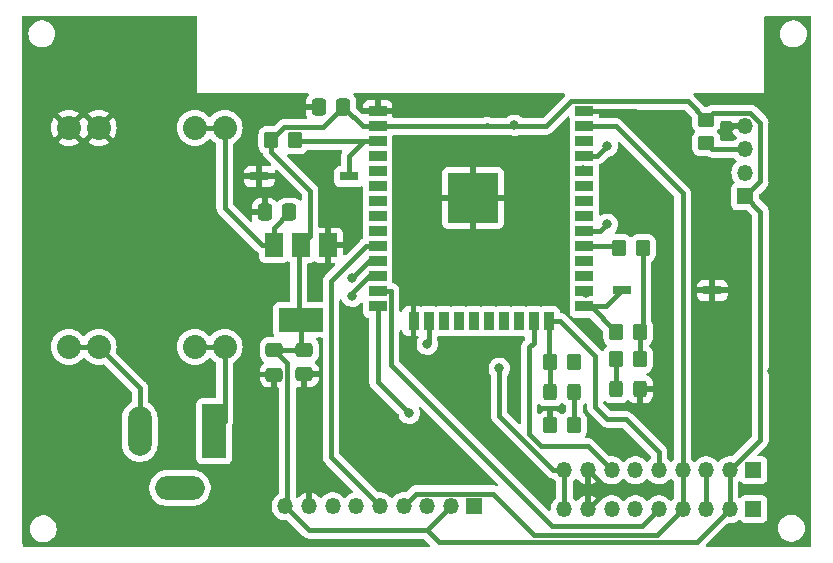
<source format=gbr>
%TF.GenerationSoftware,KiCad,Pcbnew,7.0.1*%
%TF.CreationDate,2023-03-21T17:25:17+01:00*%
%TF.ProjectId,PCB_uitlezen_gsm,5043425f-7569-4746-9c65-7a656e5f6773,rev?*%
%TF.SameCoordinates,Original*%
%TF.FileFunction,Copper,L1,Top*%
%TF.FilePolarity,Positive*%
%FSLAX46Y46*%
G04 Gerber Fmt 4.6, Leading zero omitted, Abs format (unit mm)*
G04 Created by KiCad (PCBNEW 7.0.1) date 2023-03-21 17:25:17*
%MOMM*%
%LPD*%
G01*
G04 APERTURE LIST*
G04 Aperture macros list*
%AMRoundRect*
0 Rectangle with rounded corners*
0 $1 Rounding radius*
0 $2 $3 $4 $5 $6 $7 $8 $9 X,Y pos of 4 corners*
0 Add a 4 corners polygon primitive as box body*
4,1,4,$2,$3,$4,$5,$6,$7,$8,$9,$2,$3,0*
0 Add four circle primitives for the rounded corners*
1,1,$1+$1,$2,$3*
1,1,$1+$1,$4,$5*
1,1,$1+$1,$6,$7*
1,1,$1+$1,$8,$9*
0 Add four rect primitives between the rounded corners*
20,1,$1+$1,$2,$3,$4,$5,0*
20,1,$1+$1,$4,$5,$6,$7,0*
20,1,$1+$1,$6,$7,$8,$9,0*
20,1,$1+$1,$8,$9,$2,$3,0*%
G04 Aperture macros list end*
%TA.AperFunction,SMDPad,CuDef*%
%ADD10RoundRect,0.250000X0.350000X0.450000X-0.350000X0.450000X-0.350000X-0.450000X0.350000X-0.450000X0*%
%TD*%
%TA.AperFunction,SMDPad,CuDef*%
%ADD11RoundRect,0.250000X-0.350000X-0.450000X0.350000X-0.450000X0.350000X0.450000X-0.350000X0.450000X0*%
%TD*%
%TA.AperFunction,SMDPad,CuDef*%
%ADD12RoundRect,0.250000X0.325000X0.450000X-0.325000X0.450000X-0.325000X-0.450000X0.325000X-0.450000X0*%
%TD*%
%TA.AperFunction,SMDPad,CuDef*%
%ADD13RoundRect,0.250000X0.337500X0.475000X-0.337500X0.475000X-0.337500X-0.475000X0.337500X-0.475000X0*%
%TD*%
%TA.AperFunction,ComponentPad*%
%ADD14R,1.350000X1.350000*%
%TD*%
%TA.AperFunction,ComponentPad*%
%ADD15O,1.350000X1.350000*%
%TD*%
%TA.AperFunction,SMDPad,CuDef*%
%ADD16RoundRect,0.250000X-0.450000X0.350000X-0.450000X-0.350000X0.450000X-0.350000X0.450000X0.350000X0*%
%TD*%
%TA.AperFunction,ComponentPad*%
%ADD17C,2.032000*%
%TD*%
%TA.AperFunction,SMDPad,CuDef*%
%ADD18RoundRect,0.250000X-0.475000X0.337500X-0.475000X-0.337500X0.475000X-0.337500X0.475000X0.337500X0*%
%TD*%
%TA.AperFunction,SMDPad,CuDef*%
%ADD19R,1.500000X2.000000*%
%TD*%
%TA.AperFunction,SMDPad,CuDef*%
%ADD20R,3.800000X2.000000*%
%TD*%
%TA.AperFunction,SMDPad,CuDef*%
%ADD21R,1.600000X0.760000*%
%TD*%
%TA.AperFunction,ComponentPad*%
%ADD22R,2.000000X4.600000*%
%TD*%
%TA.AperFunction,ComponentPad*%
%ADD23O,2.000000X4.200000*%
%TD*%
%TA.AperFunction,ComponentPad*%
%ADD24O,4.200000X2.000000*%
%TD*%
%TA.AperFunction,SMDPad,CuDef*%
%ADD25RoundRect,0.250000X0.475000X-0.337500X0.475000X0.337500X-0.475000X0.337500X-0.475000X-0.337500X0*%
%TD*%
%TA.AperFunction,SMDPad,CuDef*%
%ADD26R,1.500000X0.900000*%
%TD*%
%TA.AperFunction,SMDPad,CuDef*%
%ADD27R,0.900000X1.500000*%
%TD*%
%TA.AperFunction,SMDPad,CuDef*%
%ADD28R,1.050000X1.050000*%
%TD*%
%TA.AperFunction,HeatsinkPad*%
%ADD29C,0.600000*%
%TD*%
%TA.AperFunction,SMDPad,CuDef*%
%ADD30R,4.200000X4.200000*%
%TD*%
%TA.AperFunction,ViaPad*%
%ADD31C,0.800000*%
%TD*%
%TA.AperFunction,Conductor*%
%ADD32C,0.400000*%
%TD*%
G04 APERTURE END LIST*
D10*
%TO.P,R7,1*%
%TO.N,Net-(D1-K)*%
X124190000Y-103886000D03*
%TO.P,R7,2*%
%TO.N,GND*%
X122190000Y-103886000D03*
%TD*%
%TO.P,R6,1*%
%TO.N,+3.3V*%
X130032000Y-88900000D03*
%TO.P,R6,2*%
%TO.N,GPIO5*%
X128032000Y-88900000D03*
%TD*%
%TO.P,R3,1*%
%TO.N,GND*%
X124190000Y-98552000D03*
%TO.P,R3,2*%
%TO.N,GPIO2*%
X122190000Y-98552000D03*
%TD*%
D11*
%TO.P,R1,1*%
%TO.N,+3.3V*%
X98568000Y-79756000D03*
%TO.P,R1,2*%
%TO.N,/EN*%
X100568000Y-79756000D03*
%TD*%
D12*
%TO.P,D1,1,K*%
%TO.N,Net-(D1-K)*%
X124215000Y-101092000D03*
%TO.P,D1,2,A*%
%TO.N,GPIO2*%
X122165000Y-101092000D03*
%TD*%
D13*
%TO.P,C1,1*%
%TO.N,+3.3V*%
X104669500Y-76962000D03*
%TO.P,C1,2*%
%TO.N,GND*%
X102594500Y-76962000D03*
%TD*%
%TO.P,C2,1*%
%TO.N,VDD*%
X100097500Y-85852000D03*
%TO.P,C2,2*%
%TO.N,GND*%
X98022500Y-85852000D03*
%TD*%
D14*
%TO.P,SCHERM3,1,Pin_1*%
%TO.N,unconnected-(SCHERM3-Pin_1-Pad1)*%
X115760000Y-110744000D03*
D15*
%TO.P,SCHERM3,2,Pin_2*%
%TO.N,+3.3V*%
X113760000Y-110744000D03*
%TO.P,SCHERM3,3,Pin_3*%
%TO.N,GPIO18*%
X111760000Y-110744000D03*
%TO.P,SCHERM3,4,Pin_4*%
%TO.N,GPIO23*%
X109760000Y-110744000D03*
%TO.P,SCHERM3,5,Pin_5*%
%TO.N,GPIO25*%
X107760000Y-110744000D03*
%TO.P,SCHERM3,6,Pin_6*%
%TO.N,GPIO26*%
X105760000Y-110744000D03*
%TO.P,SCHERM3,7,Pin_7*%
%TO.N,GPIO27*%
X103760000Y-110744000D03*
%TO.P,SCHERM3,8,Pin_8*%
%TO.N,GND*%
X101760000Y-110744000D03*
%TO.P,SCHERM3,9,Pin_9*%
%TO.N,+3.3V*%
X99760000Y-110744000D03*
%TD*%
D16*
%TO.P,R5,1*%
%TO.N,+3.3V*%
X135382000Y-78010000D03*
%TO.P,R5,2*%
%TO.N,TX0*%
X135382000Y-80010000D03*
%TD*%
D10*
%TO.P,R2,1*%
%TO.N,+3.3V*%
X129778000Y-96012000D03*
%TO.P,R2,2*%
%TO.N,GPIO0*%
X127778000Y-96012000D03*
%TD*%
D17*
%TO.P,U2,1,IN-*%
%TO.N,Net-(J2-Pad2)*%
X81407000Y-97250000D03*
%TO.P,U2,2,IN-*%
X83947000Y-97250000D03*
%TO.P,U2,3,IN+*%
%TO.N,Net-(J2-Pad1)*%
X92075000Y-97250000D03*
%TO.P,U2,4,IN+*%
X94615000Y-97250000D03*
%TO.P,U2,5,OUT+*%
%TO.N,VDD*%
X94615000Y-78708000D03*
%TO.P,U2,6,OUT+*%
X92075000Y-78708000D03*
%TO.P,U2,7,OUT-*%
%TO.N,GND*%
X83947000Y-78708000D03*
%TO.P,U2,8,OUT-*%
X81407000Y-78708000D03*
%TD*%
D14*
%TO.P,SCHERM1,1,Pin_1*%
%TO.N,unconnected-(SCHERM1-Pin_1-Pad1)*%
X139381000Y-107696000D03*
D15*
%TO.P,SCHERM1,2,Pin_2*%
%TO.N,+3.3V*%
X137381000Y-107696000D03*
%TO.P,SCHERM1,3,Pin_3*%
%TO.N,GPIO18*%
X135381000Y-107696000D03*
%TO.P,SCHERM1,4,Pin_4*%
%TO.N,GPIO23*%
X133381000Y-107696000D03*
%TO.P,SCHERM1,5,Pin_5*%
%TO.N,GPIO2*%
X131381000Y-107696000D03*
%TO.P,SCHERM1,6,Pin_6*%
%TO.N,GPIO4*%
X129381000Y-107696000D03*
%TO.P,SCHERM1,7,Pin_7*%
%TO.N,GPIO15*%
X127381000Y-107696000D03*
%TO.P,SCHERM1,8,Pin_8*%
%TO.N,GND*%
X125381000Y-107696000D03*
%TO.P,SCHERM1,9,Pin_9*%
%TO.N,+3.3V*%
X123381000Y-107696000D03*
%TD*%
D14*
%TO.P,J1,1,Pin_1*%
%TO.N,+3.3V*%
X138684000Y-84518000D03*
D15*
%TO.P,J1,2,Pin_2*%
%TO.N,RX0*%
X138684000Y-82518000D03*
%TO.P,J1,3,Pin_3*%
%TO.N,TX0*%
X138684000Y-80518000D03*
%TO.P,J1,4,Pin_4*%
%TO.N,GND*%
X138684000Y-78518000D03*
%TD*%
D18*
%TO.P,C4,1*%
%TO.N,+3.3V*%
X98806000Y-97514500D03*
%TO.P,C4,2*%
%TO.N,GND*%
X98806000Y-99589500D03*
%TD*%
D10*
%TO.P,R4,1*%
%TO.N,+3.3V*%
X129778000Y-98298000D03*
%TO.P,R4,2*%
%TO.N,Net-(D2-A)*%
X127778000Y-98298000D03*
%TD*%
D19*
%TO.P,U3,1,GND*%
%TO.N,GND*%
X103392000Y-88646000D03*
%TO.P,U3,2,VO*%
%TO.N,+3.3V*%
X101092000Y-88646000D03*
D20*
X101092000Y-94946000D03*
D19*
%TO.P,U3,3,VI*%
%TO.N,VDD*%
X98792000Y-88646000D03*
%TD*%
D21*
%TO.P,SW2,1,1*%
%TO.N,GPIO0*%
X128270000Y-92456000D03*
%TO.P,SW2,2,2*%
%TO.N,GND*%
X135890000Y-92456000D03*
%TD*%
D22*
%TO.P,J2,1*%
%TO.N,Net-(J2-Pad1)*%
X93726000Y-104394000D03*
D23*
%TO.P,J2,2*%
%TO.N,Net-(J2-Pad2)*%
X87426000Y-104394000D03*
D24*
%TO.P,J2,3*%
%TO.N,N/C*%
X90826000Y-109194000D03*
%TD*%
D25*
%TO.P,C3,1*%
%TO.N,GND*%
X101346000Y-99568000D03*
%TO.P,C3,2*%
%TO.N,+3.3V*%
X101346000Y-97493000D03*
%TD*%
D26*
%TO.P,U1,1,GND*%
%TO.N,GND*%
X107560000Y-77310000D03*
%TO.P,U1,2,VDD*%
%TO.N,+3.3V*%
X107560000Y-78580000D03*
%TO.P,U1,3,EN*%
%TO.N,/EN*%
X107560000Y-79850000D03*
%TO.P,U1,4,SENSOR_VP*%
%TO.N,unconnected-(U1-SENSOR_VP-Pad4)*%
X107560000Y-81120000D03*
%TO.P,U1,5,SENSOR_VN*%
%TO.N,unconnected-(U1-SENSOR_VN-Pad5)*%
X107560000Y-82390000D03*
%TO.P,U1,6,IO34*%
%TO.N,unconnected-(U1-IO34-Pad6)*%
X107560000Y-83660000D03*
%TO.P,U1,7,IO35*%
%TO.N,unconnected-(U1-IO35-Pad7)*%
X107560000Y-84930000D03*
%TO.P,U1,8,IO32*%
%TO.N,unconnected-(U1-IO32-Pad8)*%
X107560000Y-86200000D03*
%TO.P,U1,9,IO33*%
%TO.N,unconnected-(U1-IO33-Pad9)*%
X107560000Y-87470000D03*
%TO.P,U1,10,IO25*%
%TO.N,GPIO25*%
X107560000Y-88740000D03*
%TO.P,U1,11,IO26*%
%TO.N,GPIO26*%
X107560000Y-90010000D03*
%TO.P,U1,12,IO27*%
%TO.N,GPIO27*%
X107560000Y-91280000D03*
%TO.P,U1,13,IO14*%
%TO.N,GPIO14*%
X107560000Y-92550000D03*
%TO.P,U1,14,IO12*%
%TO.N,GPIO12*%
X107560000Y-93820000D03*
D27*
%TO.P,U1,15,GND*%
%TO.N,GND*%
X110600000Y-95070000D03*
%TO.P,U1,16,IO13*%
%TO.N,GPIO13*%
X111870000Y-95070000D03*
%TO.P,U1,17,SHD/SD2*%
%TO.N,unconnected-(U1-SHD{slash}SD2-Pad17)*%
X113140000Y-95070000D03*
%TO.P,U1,18,SWP/SD3*%
%TO.N,unconnected-(U1-SWP{slash}SD3-Pad18)*%
X114410000Y-95070000D03*
%TO.P,U1,19,SCS/CMD*%
%TO.N,unconnected-(U1-SCS{slash}CMD-Pad19)*%
X115680000Y-95070000D03*
%TO.P,U1,20,SCK/CLK*%
%TO.N,unconnected-(U1-SCK{slash}CLK-Pad20)*%
X116950000Y-95070000D03*
%TO.P,U1,21,SDO/SD0*%
%TO.N,unconnected-(U1-SDO{slash}SD0-Pad21)*%
X118220000Y-95070000D03*
%TO.P,U1,22,SDI/SD1*%
%TO.N,unconnected-(U1-SDI{slash}SD1-Pad22)*%
X119490000Y-95070000D03*
%TO.P,U1,23,IO15*%
%TO.N,GPIO15*%
X120760000Y-95070000D03*
%TO.P,U1,24,IO2*%
%TO.N,GPIO2*%
X122030000Y-95070000D03*
D26*
%TO.P,U1,25,IO0*%
%TO.N,GPIO0*%
X125060000Y-93820000D03*
%TO.P,U1,26,IO4*%
%TO.N,GPIO4*%
X125060000Y-92550000D03*
%TO.P,U1,27,IO16*%
%TO.N,unconnected-(U1-IO16-Pad27)*%
X125060000Y-91280000D03*
%TO.P,U1,28,IO17*%
%TO.N,unconnected-(U1-IO17-Pad28)*%
X125060000Y-90010000D03*
%TO.P,U1,29,IO5*%
%TO.N,GPIO5*%
X125060000Y-88740000D03*
%TO.P,U1,30,IO18*%
%TO.N,GPIO18*%
X125060000Y-87470000D03*
%TO.P,U1,31,IO19*%
%TO.N,unconnected-(U1-IO19-Pad31)*%
X125060000Y-86200000D03*
%TO.P,U1,32,NC*%
%TO.N,unconnected-(U1-NC-Pad32)*%
X125060000Y-84930000D03*
%TO.P,U1,33,IO21*%
%TO.N,unconnected-(U1-IO21-Pad33)*%
X125060000Y-83660000D03*
%TO.P,U1,34,RXD0/IO3*%
%TO.N,RX0*%
X125060000Y-82390000D03*
%TO.P,U1,35,TXD0/IO1*%
%TO.N,TX0*%
X125060000Y-81120000D03*
%TO.P,U1,36,IO22*%
%TO.N,unconnected-(U1-IO22-Pad36)*%
X125060000Y-79850000D03*
%TO.P,U1,37,IO23*%
%TO.N,GPIO23*%
X125060000Y-78580000D03*
%TO.P,U1,38,GND*%
%TO.N,GND*%
X125060000Y-77310000D03*
D28*
%TO.P,U1,39,GND*%
X114105000Y-83125000D03*
D29*
X114105000Y-83887500D03*
D28*
X114105000Y-84650000D03*
D29*
X114105000Y-85412500D03*
D28*
X114105000Y-86175000D03*
D29*
X114867500Y-83125000D03*
X114867500Y-84650000D03*
X114867500Y-86175000D03*
D28*
X115630000Y-83125000D03*
D29*
X115630000Y-83887500D03*
D28*
X115630000Y-84650000D03*
D30*
X115630000Y-84650000D03*
D29*
X115630000Y-85412500D03*
D28*
X115630000Y-86175000D03*
D29*
X116392500Y-83125000D03*
X116392500Y-84650000D03*
X116392500Y-86175000D03*
D28*
X117155000Y-83125000D03*
D29*
X117155000Y-83887500D03*
D28*
X117155000Y-84650000D03*
D29*
X117155000Y-85412500D03*
D28*
X117155000Y-86175000D03*
%TD*%
D14*
%TO.P,SCHERM2,1,Pin_1*%
%TO.N,unconnected-(SCHERM2-Pin_1-Pad1)*%
X139382000Y-110998000D03*
D15*
%TO.P,SCHERM2,2,Pin_2*%
%TO.N,+3.3V*%
X137382000Y-110998000D03*
%TO.P,SCHERM2,3,Pin_3*%
%TO.N,GPIO18*%
X135382000Y-110998000D03*
%TO.P,SCHERM2,4,Pin_4*%
%TO.N,GPIO23*%
X133382000Y-110998000D03*
%TO.P,SCHERM2,5,Pin_5*%
%TO.N,GPIO14*%
X131382000Y-110998000D03*
%TO.P,SCHERM2,6,Pin_6*%
%TO.N,GPIO12*%
X129382000Y-110998000D03*
%TO.P,SCHERM2,7,Pin_7*%
%TO.N,GPIO13*%
X127382000Y-110998000D03*
%TO.P,SCHERM2,8,Pin_8*%
%TO.N,GND*%
X125382000Y-110998000D03*
%TO.P,SCHERM2,9,Pin_9*%
%TO.N,+3.3V*%
X123382000Y-110998000D03*
%TD*%
D12*
%TO.P,D2,1,K*%
%TO.N,GND*%
X129803000Y-100838000D03*
%TO.P,D2,2,A*%
%TO.N,Net-(D2-A)*%
X127753000Y-100838000D03*
%TD*%
D21*
%TO.P,SW1,1,1*%
%TO.N,/EN*%
X105156000Y-82804000D03*
%TO.P,SW1,2,2*%
%TO.N,GND*%
X97536000Y-82804000D03*
%TD*%
D31*
%TO.N,+3.3V*%
X117856000Y-99060000D03*
X130048000Y-88900000D03*
X119126000Y-78486000D03*
%TO.N,GND*%
X124206000Y-98552000D03*
X101854000Y-108966000D03*
X110617000Y-94742000D03*
X115316000Y-76708000D03*
X140970000Y-99314000D03*
X131826000Y-100838000D03*
X137160000Y-78994000D03*
X117348000Y-91313000D03*
X104140000Y-85598000D03*
X81026000Y-92964000D03*
X82296000Y-104648000D03*
X122428000Y-81788000D03*
X130302000Y-78232000D03*
X128270000Y-109220000D03*
X122174000Y-103886000D03*
X102616000Y-76962000D03*
X111760000Y-106680000D03*
X126746000Y-104648000D03*
X81280000Y-85090000D03*
X91440000Y-91948000D03*
X85598000Y-72898000D03*
X110998000Y-84201000D03*
%TO.N,RX0*%
X124968000Y-82296000D03*
%TO.N,TX0*%
X127000000Y-80264000D03*
%TO.N,GPIO18*%
X127000000Y-86868000D03*
%TO.N,GPIO4*%
X125222000Y-92710000D03*
%TO.N,GPIO12*%
X110236000Y-102870000D03*
%TO.N,GPIO13*%
X111760000Y-97028000D03*
%TO.N,GPIO26*%
X105410000Y-91440000D03*
%TO.N,GPIO27*%
X105410000Y-92964000D03*
%TD*%
D32*
%TO.N,GPIO14*%
X129930000Y-112450000D02*
X131382000Y-110998000D01*
X122350000Y-112450000D02*
X129930000Y-112450000D01*
X108710000Y-98810000D02*
X122350000Y-112450000D01*
X108710000Y-92550000D02*
X108710000Y-98810000D01*
X107560000Y-92550000D02*
X108710000Y-92550000D01*
%TO.N,GPIO23*%
X110835000Y-109669000D02*
X109760000Y-110744000D01*
X117289000Y-109669000D02*
X110835000Y-109669000D01*
X120820000Y-113200000D02*
X117289000Y-109669000D01*
X131180000Y-113200000D02*
X120820000Y-113200000D01*
X133382000Y-110998000D02*
X131180000Y-113200000D01*
%TO.N,+3.3V*%
X112754000Y-113800000D02*
X111729000Y-112775000D01*
X134580000Y-113800000D02*
X112754000Y-113800000D01*
X137382000Y-110998000D02*
X134580000Y-113800000D01*
X101791000Y-112775000D02*
X99760000Y-110744000D01*
X111729000Y-112775000D02*
X101791000Y-112775000D01*
X113760000Y-110744000D02*
X111729000Y-112775000D01*
X138684000Y-84518000D02*
X139975000Y-85809000D01*
X139975000Y-85809000D02*
X139975000Y-105102000D01*
X139975000Y-105102000D02*
X137381000Y-107696000D01*
X99931000Y-98639500D02*
X99931000Y-110573000D01*
X101324500Y-97514500D02*
X101346000Y-97493000D01*
X130032000Y-95758000D02*
X130048000Y-88900000D01*
X123382000Y-107697000D02*
X123381000Y-107696000D01*
X101346000Y-97493000D02*
X101092000Y-97239000D01*
X123382000Y-110998000D02*
X123382000Y-107697000D01*
X100875000Y-94729000D02*
X100875000Y-88863000D01*
X116840000Y-78486000D02*
X116934000Y-78580000D01*
X101092000Y-94946000D02*
X100875000Y-94729000D01*
X116746000Y-78580000D02*
X116840000Y-78486000D01*
X121790000Y-78580000D02*
X123910000Y-76460000D01*
X137382000Y-110998000D02*
X137382000Y-107697000D01*
X116934000Y-78580000D02*
X121790000Y-78580000D01*
X104669500Y-76962000D02*
X102975500Y-78656000D01*
X101854000Y-87884000D02*
X101092000Y-88646000D01*
X98568000Y-80788000D02*
X101854000Y-84074000D01*
X123910000Y-76460000D02*
X133832000Y-76460000D01*
X133832000Y-76460000D02*
X135382000Y-78010000D01*
X98806000Y-97514500D02*
X99931000Y-98639500D01*
X139954000Y-78267720D02*
X139954000Y-83248000D01*
X104669500Y-76962000D02*
X106287500Y-78580000D01*
X106287500Y-78580000D02*
X107560000Y-78580000D01*
X135382000Y-78010000D02*
X135949000Y-77443000D01*
X102975500Y-78656000D02*
X99668000Y-78656000D01*
X117856000Y-103125594D02*
X117856000Y-99060000D01*
X98806000Y-97514500D02*
X101324500Y-97514500D01*
X98568000Y-79756000D02*
X98568000Y-80788000D01*
X101854000Y-84074000D02*
X101854000Y-87884000D01*
X137382000Y-107697000D02*
X137381000Y-107696000D01*
X135949000Y-77443000D02*
X139129280Y-77443000D01*
X99931000Y-110573000D02*
X99760000Y-110744000D01*
X101092000Y-97239000D02*
X101092000Y-94946000D01*
X129778000Y-96012000D02*
X129778000Y-98298000D01*
X123381000Y-107696000D02*
X122426406Y-107696000D01*
X129778000Y-96012000D02*
X130032000Y-95758000D01*
X130048000Y-88900000D02*
X130032000Y-88900000D01*
X99668000Y-78656000D02*
X98568000Y-79756000D01*
X100875000Y-88863000D02*
X101092000Y-88646000D01*
X139129280Y-77443000D02*
X139954000Y-78267720D01*
X107560000Y-78580000D02*
X116746000Y-78580000D01*
X122426406Y-107696000D02*
X117856000Y-103125594D01*
X139954000Y-83248000D02*
X138684000Y-84518000D01*
%TO.N,GND*%
X115630000Y-83887500D02*
X115630000Y-84650000D01*
X114867500Y-84650000D02*
X115630000Y-84650000D01*
X116392500Y-86175000D02*
X117155000Y-85412500D01*
X116392500Y-86175000D02*
X117155000Y-86175000D01*
X114105000Y-85412500D02*
X114105000Y-86175000D01*
X129778000Y-101067000D02*
X129803000Y-101092000D01*
X125382000Y-110998000D02*
X127160000Y-109220000D01*
X127160000Y-109220000D02*
X128270000Y-109220000D01*
X115630000Y-84650000D02*
X116392500Y-84650000D01*
X115630000Y-86175000D02*
X116392500Y-86175000D01*
X101760000Y-110744000D02*
X101760000Y-109060000D01*
X138684000Y-78518000D02*
X137636000Y-78518000D01*
X125381000Y-107696000D02*
X126905000Y-109220000D01*
X114105000Y-83125000D02*
X114867500Y-83125000D01*
X126905000Y-109220000D02*
X128270000Y-109220000D01*
X114867500Y-83125000D02*
X114105000Y-83887500D01*
X114105000Y-83125000D02*
X114105000Y-83887500D01*
X116392500Y-83125000D02*
X115630000Y-83125000D01*
X137636000Y-78518000D02*
X137160000Y-78994000D01*
X129380000Y-77310000D02*
X130302000Y-78232000D01*
X101760000Y-109060000D02*
X101854000Y-108966000D01*
X116392500Y-83125000D02*
X117155000Y-83125000D01*
X114867500Y-84650000D02*
X114105000Y-85412500D01*
X117155000Y-85412500D02*
X117155000Y-86175000D01*
X125060000Y-77310000D02*
X129380000Y-77310000D01*
X114105000Y-85412500D02*
X114867500Y-86175000D01*
X115630000Y-85412500D02*
X116392500Y-84650000D01*
X115630000Y-83125000D02*
X114867500Y-83125000D01*
X114867500Y-84650000D02*
X115630000Y-83887500D01*
X114867500Y-86175000D02*
X115630000Y-86175000D01*
X116392500Y-84650000D02*
X117155000Y-83887500D01*
X117155000Y-85412500D02*
X116392500Y-84650000D01*
X114105000Y-84650000D02*
X114105000Y-85412500D01*
X116392500Y-83125000D02*
X115630000Y-83887500D01*
X114105000Y-86175000D02*
X114867500Y-86175000D01*
X114867500Y-86175000D02*
X115630000Y-85412500D01*
X114867500Y-83125000D02*
X115630000Y-83887500D01*
X115630000Y-85412500D02*
X115630000Y-84650000D01*
%TO.N,VDD*%
X98792000Y-87157500D02*
X100097500Y-85852000D01*
X98792000Y-88646000D02*
X98792000Y-87157500D01*
X94615000Y-85471000D02*
X97790000Y-88646000D01*
X94615000Y-78708000D02*
X94615000Y-85471000D01*
X92075000Y-78708000D02*
X94615000Y-78708000D01*
X97790000Y-88646000D02*
X98792000Y-88646000D01*
%TO.N,Net-(D1-K)*%
X124215000Y-103861000D02*
X124190000Y-103886000D01*
X124215000Y-101092000D02*
X124215000Y-103861000D01*
%TO.N,GPIO2*%
X131381000Y-106179827D02*
X128579173Y-103378000D01*
X123010000Y-95070000D02*
X122030000Y-95070000D01*
X125984000Y-102362000D02*
X125984000Y-98044000D01*
X122165000Y-98577000D02*
X122190000Y-98552000D01*
X128579173Y-103378000D02*
X127000000Y-103378000D01*
X131381000Y-107696000D02*
X131381000Y-106179827D01*
X122165000Y-101092000D02*
X122165000Y-98577000D01*
X125984000Y-98044000D02*
X123010000Y-95070000D01*
X127000000Y-103378000D02*
X125984000Y-102362000D01*
X122190000Y-98552000D02*
X122030000Y-98392000D01*
X122030000Y-98392000D02*
X122030000Y-95070000D01*
%TO.N,Net-(D2-A)*%
X127778000Y-98298000D02*
X127778000Y-100813000D01*
X127778000Y-100813000D02*
X127753000Y-100838000D01*
%TO.N,TX0*%
X135890000Y-80518000D02*
X138684000Y-80518000D01*
X126144000Y-81120000D02*
X127000000Y-80264000D01*
X135382000Y-80010000D02*
X135890000Y-80518000D01*
X125060000Y-81120000D02*
X126144000Y-81120000D01*
%TO.N,Net-(J2-Pad1)*%
X92075000Y-97250000D02*
X94615000Y-97250000D01*
X94615000Y-103505000D02*
X93726000Y-104394000D01*
X94615000Y-97250000D02*
X94615000Y-103505000D01*
%TO.N,Net-(J2-Pad2)*%
X87426000Y-104394000D02*
X87426000Y-100729000D01*
X81407000Y-97250000D02*
X83947000Y-97250000D01*
X87426000Y-100729000D02*
X83947000Y-97250000D01*
%TO.N,/EN*%
X100662000Y-79850000D02*
X100568000Y-79756000D01*
X107560000Y-79850000D02*
X100662000Y-79850000D01*
X105156000Y-81104000D02*
X105156000Y-82804000D01*
X106410000Y-79850000D02*
X105156000Y-81104000D01*
%TO.N,GPIO0*%
X125586000Y-93820000D02*
X127778000Y-96012000D01*
X125060000Y-93820000D02*
X126906000Y-93820000D01*
X126906000Y-93820000D02*
X128270000Y-92456000D01*
X125060000Y-93820000D02*
X125586000Y-93820000D01*
%TO.N,GPIO5*%
X127872000Y-88740000D02*
X128032000Y-88900000D01*
X125060000Y-88740000D02*
X127872000Y-88740000D01*
%TO.N,GPIO18*%
X135382000Y-110998000D02*
X135382000Y-107697000D01*
X126398000Y-87470000D02*
X127000000Y-86868000D01*
X125060000Y-87470000D02*
X126398000Y-87470000D01*
X135382000Y-107697000D02*
X135381000Y-107696000D01*
%TO.N,GPIO23*%
X127729000Y-78580000D02*
X133381000Y-84232000D01*
X133382000Y-107697000D02*
X133381000Y-107696000D01*
X127729000Y-78580000D02*
X125060000Y-78580000D01*
X133381000Y-84232000D02*
X133381000Y-107696000D01*
X133382000Y-110998000D02*
X133382000Y-107697000D01*
%TO.N,GPIO15*%
X120396000Y-104648000D02*
X120396000Y-97291305D01*
X125349000Y-105664000D02*
X121412000Y-105664000D01*
X120396000Y-97291305D02*
X120760000Y-96927305D01*
X121412000Y-105664000D02*
X120396000Y-104648000D01*
X120760000Y-95070000D02*
X120760000Y-96927305D01*
X127381000Y-107696000D02*
X125349000Y-105664000D01*
%TO.N,GPIO14*%
X108679000Y-92550000D02*
X107560000Y-92550000D01*
%TO.N,GPIO12*%
X110236000Y-102870000D02*
X107560000Y-100194000D01*
X107560000Y-99822000D02*
X107560000Y-93820000D01*
X107560000Y-100194000D02*
X107560000Y-99822000D01*
%TO.N,GPIO13*%
X111870000Y-95070000D02*
X111870000Y-96918000D01*
%TO.N,GPIO25*%
X106560000Y-88740000D02*
X103632000Y-91668000D01*
X103632000Y-91668000D02*
X103632000Y-106616000D01*
X103632000Y-106616000D02*
X107760000Y-110744000D01*
X107560000Y-88740000D02*
X106560000Y-88740000D01*
%TO.N,GPIO26*%
X105410000Y-91440000D02*
X106840000Y-90010000D01*
X106840000Y-90010000D02*
X107560000Y-90010000D01*
%TO.N,GPIO27*%
X106830000Y-91280000D02*
X105410000Y-92700000D01*
X105410000Y-92700000D02*
X105410000Y-92964000D01*
X107560000Y-91280000D02*
X106830000Y-91280000D01*
%TD*%
%TA.AperFunction,Conductor*%
%TO.N,GND*%
G36*
X144209500Y-69232113D02*
G01*
X144254887Y-69277500D01*
X144271500Y-69339500D01*
X144271500Y-114089000D01*
X144254887Y-114151000D01*
X144209500Y-114196387D01*
X144147500Y-114213000D01*
X135457019Y-114213000D01*
X135400724Y-114199485D01*
X135356701Y-114161885D01*
X135334546Y-114108398D01*
X135339088Y-114050682D01*
X135369338Y-114001319D01*
X135740190Y-113630467D01*
X136756579Y-112614077D01*
X141458708Y-112614077D01*
X141478140Y-112823792D01*
X141535776Y-113026360D01*
X141629651Y-113214888D01*
X141756575Y-113382962D01*
X141912215Y-113524847D01*
X141912217Y-113524848D01*
X141912218Y-113524849D01*
X142091282Y-113635721D01*
X142287671Y-113711802D01*
X142494695Y-113750501D01*
X142705303Y-113750501D01*
X142705305Y-113750501D01*
X142912329Y-113711802D01*
X143108718Y-113635721D01*
X143287782Y-113524849D01*
X143443425Y-113382961D01*
X143570346Y-113214891D01*
X143570346Y-113214889D01*
X143570348Y-113214888D01*
X143664223Y-113026360D01*
X143721859Y-112823792D01*
X143738975Y-112639078D01*
X143741292Y-112614078D01*
X143721859Y-112404366D01*
X143721859Y-112404363D01*
X143664223Y-112201795D01*
X143570348Y-112013267D01*
X143443424Y-111845193D01*
X143287784Y-111703308D01*
X143149094Y-111617435D01*
X143108718Y-111592435D01*
X143108716Y-111592434D01*
X142912330Y-111516354D01*
X142830239Y-111501009D01*
X142705305Y-111477655D01*
X142494695Y-111477655D01*
X142391183Y-111497004D01*
X142287669Y-111516354D01*
X142091283Y-111592434D01*
X141912215Y-111703308D01*
X141756575Y-111845193D01*
X141629651Y-112013267D01*
X141535776Y-112201795D01*
X141478140Y-112404363D01*
X141458708Y-112614077D01*
X136756579Y-112614077D01*
X137162896Y-112207759D01*
X137213896Y-112176991D01*
X137261583Y-112174235D01*
X137261583Y-112173500D01*
X137490924Y-112173500D01*
X137490926Y-112173500D01*
X137705069Y-112133470D01*
X137905229Y-112055927D01*
X137908208Y-112054773D01*
X137929879Y-112041355D01*
X138093432Y-111940088D01*
X138104409Y-111930080D01*
X138165330Y-111899796D01*
X138233063Y-111906215D01*
X138287215Y-111947405D01*
X138338830Y-112016355D01*
X138349454Y-112030546D01*
X138464669Y-112116796D01*
X138599517Y-112167091D01*
X138659127Y-112173500D01*
X140104872Y-112173499D01*
X140164483Y-112167091D01*
X140299331Y-112116796D01*
X140414546Y-112030546D01*
X140500796Y-111915331D01*
X140551091Y-111780483D01*
X140557500Y-111720873D01*
X140557499Y-110275128D01*
X140551091Y-110215517D01*
X140500796Y-110080669D01*
X140414546Y-109965454D01*
X140299331Y-109879204D01*
X140164483Y-109828909D01*
X140104873Y-109822500D01*
X140104869Y-109822500D01*
X138659130Y-109822500D01*
X138599515Y-109828909D01*
X138464669Y-109879204D01*
X138349454Y-109965453D01*
X138338108Y-109980610D01*
X138305765Y-110023814D01*
X138258011Y-110062296D01*
X138197654Y-110073186D01*
X138139460Y-110053817D01*
X138097668Y-110008929D01*
X138082500Y-109949502D01*
X138082500Y-108745834D01*
X138097668Y-108686407D01*
X138139460Y-108641519D01*
X138197654Y-108622150D01*
X138258011Y-108633040D01*
X138305765Y-108671522D01*
X138348454Y-108728546D01*
X138463669Y-108814796D01*
X138598517Y-108865091D01*
X138658127Y-108871500D01*
X140103872Y-108871499D01*
X140163483Y-108865091D01*
X140298331Y-108814796D01*
X140413546Y-108728546D01*
X140499796Y-108613331D01*
X140550091Y-108478483D01*
X140556500Y-108418873D01*
X140556499Y-106973128D01*
X140550091Y-106913517D01*
X140499796Y-106778669D01*
X140413546Y-106663454D01*
X140298331Y-106577204D01*
X140163483Y-106526909D01*
X140103873Y-106520500D01*
X140103869Y-106520500D01*
X139846518Y-106520500D01*
X139790223Y-106506985D01*
X139746200Y-106469385D01*
X139724045Y-106415898D01*
X139728587Y-106358182D01*
X139758837Y-106308819D01*
X140097764Y-105969892D01*
X140452731Y-105614924D01*
X140458150Y-105609823D01*
X140503183Y-105569929D01*
X140537355Y-105520420D01*
X140541775Y-105514413D01*
X140578878Y-105467057D01*
X140583035Y-105457819D01*
X140594060Y-105438270D01*
X140599818Y-105429930D01*
X140621152Y-105373673D01*
X140623996Y-105366808D01*
X140648695Y-105311932D01*
X140650522Y-105301958D01*
X140656552Y-105280331D01*
X140660140Y-105270871D01*
X140667387Y-105211184D01*
X140668514Y-105203778D01*
X140671720Y-105186283D01*
X140679358Y-105144606D01*
X140675726Y-105084566D01*
X140675500Y-105077079D01*
X140675500Y-85833921D01*
X140675726Y-85826434D01*
X140676885Y-85807266D01*
X140679358Y-85766394D01*
X140668507Y-85707185D01*
X140667390Y-85699841D01*
X140660140Y-85640128D01*
X140656547Y-85630656D01*
X140650522Y-85609044D01*
X140648695Y-85599069D01*
X140624009Y-85544220D01*
X140621152Y-85537326D01*
X140599818Y-85481070D01*
X140599816Y-85481068D01*
X140599816Y-85481066D01*
X140594062Y-85472731D01*
X140583033Y-85453177D01*
X140581527Y-85449831D01*
X140578878Y-85443944D01*
X140541780Y-85396591D01*
X140537352Y-85390573D01*
X140503184Y-85341072D01*
X140503183Y-85341071D01*
X140458153Y-85301178D01*
X140452715Y-85296058D01*
X139895818Y-84739161D01*
X139868938Y-84698933D01*
X139859499Y-84651480D01*
X139859499Y-84384519D01*
X139868938Y-84337066D01*
X139895818Y-84296838D01*
X140161262Y-84031394D01*
X140431731Y-83760924D01*
X140437150Y-83755823D01*
X140482183Y-83715929D01*
X140516351Y-83666426D01*
X140520763Y-83660428D01*
X140557878Y-83613057D01*
X140562034Y-83603820D01*
X140573062Y-83584267D01*
X140578818Y-83575930D01*
X140600153Y-83519671D01*
X140602997Y-83512803D01*
X140627694Y-83457932D01*
X140629519Y-83447970D01*
X140635545Y-83426348D01*
X140639140Y-83416872D01*
X140646389Y-83357165D01*
X140647516Y-83349762D01*
X140658357Y-83290606D01*
X140654726Y-83230577D01*
X140654500Y-83223090D01*
X140654500Y-78292630D01*
X140654726Y-78285143D01*
X140657171Y-78244714D01*
X140658357Y-78225114D01*
X140647509Y-78165921D01*
X140646392Y-78158576D01*
X140639140Y-78098848D01*
X140635546Y-78089372D01*
X140629520Y-78067756D01*
X140627694Y-78057788D01*
X140602997Y-78002915D01*
X140600155Y-77996054D01*
X140578818Y-77939790D01*
X140573058Y-77931446D01*
X140562039Y-77911910D01*
X140557878Y-77902663D01*
X140538597Y-77878052D01*
X140520785Y-77855316D01*
X140516354Y-77849297D01*
X140482183Y-77799791D01*
X140437153Y-77759898D01*
X140431715Y-77754778D01*
X139642220Y-76965283D01*
X139637102Y-76959847D01*
X139597209Y-76914817D01*
X139547712Y-76880651D01*
X139541685Y-76876216D01*
X139494334Y-76839120D01*
X139485093Y-76834961D01*
X139465553Y-76823941D01*
X139457210Y-76818182D01*
X139457207Y-76818181D01*
X139457206Y-76818180D01*
X139400981Y-76796856D01*
X139394063Y-76793991D01*
X139339209Y-76769303D01*
X139329232Y-76767475D01*
X139307619Y-76761450D01*
X139298153Y-76757860D01*
X139238452Y-76750610D01*
X139231051Y-76749483D01*
X139171887Y-76738641D01*
X139111846Y-76742274D01*
X139104359Y-76742500D01*
X135973910Y-76742500D01*
X135966423Y-76742274D01*
X135906392Y-76738642D01*
X135847240Y-76749482D01*
X135839839Y-76750609D01*
X135780125Y-76757860D01*
X135770648Y-76761454D01*
X135749047Y-76767475D01*
X135739070Y-76769303D01*
X135684219Y-76793989D01*
X135677305Y-76796853D01*
X135621069Y-76818182D01*
X135612725Y-76823941D01*
X135593186Y-76834961D01*
X135583943Y-76839121D01*
X135536589Y-76876219D01*
X135530567Y-76880650D01*
X135520581Y-76887544D01*
X135487028Y-76903884D01*
X135450133Y-76909500D01*
X135323519Y-76909500D01*
X135276066Y-76900061D01*
X135235838Y-76873181D01*
X134344940Y-75982283D01*
X134339823Y-75976849D01*
X134330409Y-75966222D01*
X134303584Y-75916573D01*
X134301540Y-75860174D01*
X134324702Y-75808711D01*
X134368274Y-75772843D01*
X134423229Y-75760000D01*
X140310000Y-75760000D01*
X140310000Y-70739000D01*
X141613786Y-70739000D01*
X141633218Y-70948714D01*
X141690854Y-71151282D01*
X141784729Y-71339810D01*
X141911653Y-71507884D01*
X142067293Y-71649769D01*
X142067295Y-71649770D01*
X142067296Y-71649771D01*
X142246360Y-71760643D01*
X142442749Y-71836724D01*
X142649773Y-71875423D01*
X142860381Y-71875423D01*
X142860383Y-71875423D01*
X143067407Y-71836724D01*
X143263796Y-71760643D01*
X143442860Y-71649771D01*
X143598503Y-71507883D01*
X143725424Y-71339813D01*
X143725424Y-71339811D01*
X143725426Y-71339810D01*
X143819301Y-71151282D01*
X143876937Y-70948714D01*
X143879975Y-70915924D01*
X143896370Y-70739000D01*
X143876937Y-70529288D01*
X143876937Y-70529285D01*
X143819301Y-70326717D01*
X143725426Y-70138189D01*
X143598502Y-69970115D01*
X143442862Y-69828230D01*
X143263794Y-69717356D01*
X143067408Y-69641276D01*
X142998398Y-69628376D01*
X142860383Y-69602577D01*
X142649773Y-69602577D01*
X142546260Y-69621926D01*
X142442747Y-69641276D01*
X142246361Y-69717356D01*
X142067293Y-69828230D01*
X141911653Y-69970115D01*
X141784729Y-70138189D01*
X141690854Y-70326717D01*
X141633218Y-70529285D01*
X141613786Y-70739000D01*
X140310000Y-70739000D01*
X140310000Y-69339500D01*
X140326613Y-69277500D01*
X140372000Y-69232113D01*
X140434000Y-69215500D01*
X144147500Y-69215500D01*
X144209500Y-69232113D01*
G37*
%TD.AperFunction*%
%TA.AperFunction,Conductor*%
G36*
X92248000Y-69232113D02*
G01*
X92293387Y-69277500D01*
X92310000Y-69339500D01*
X92310000Y-75760000D01*
X101623976Y-75760000D01*
X101680271Y-75773515D01*
X101724294Y-75811115D01*
X101746449Y-75864602D01*
X101741907Y-75922318D01*
X101711657Y-75971681D01*
X101664683Y-76018654D01*
X101572642Y-76167877D01*
X101517493Y-76334303D01*
X101507000Y-76437021D01*
X101507000Y-76712000D01*
X102720500Y-76712000D01*
X102782500Y-76728613D01*
X102827887Y-76774000D01*
X102844500Y-76836000D01*
X102844500Y-77088000D01*
X102827887Y-77150000D01*
X102782500Y-77195387D01*
X102720500Y-77212000D01*
X101507001Y-77212000D01*
X101507001Y-77486979D01*
X101517493Y-77589695D01*
X101572642Y-77756122D01*
X101578984Y-77766404D01*
X101597416Y-77828796D01*
X101581722Y-77891932D01*
X101536224Y-77938434D01*
X101473445Y-77955500D01*
X99692921Y-77955500D01*
X99685434Y-77955274D01*
X99625391Y-77951641D01*
X99566227Y-77962483D01*
X99558828Y-77963610D01*
X99499124Y-77970860D01*
X99489651Y-77974453D01*
X99468047Y-77980476D01*
X99458069Y-77982305D01*
X99403212Y-78006993D01*
X99396296Y-78009857D01*
X99340070Y-78031181D01*
X99331726Y-78036941D01*
X99312185Y-78047962D01*
X99302941Y-78052122D01*
X99255597Y-78089213D01*
X99249568Y-78093649D01*
X99200070Y-78127816D01*
X99160183Y-78172838D01*
X99155051Y-78178290D01*
X98814160Y-78519181D01*
X98773932Y-78546061D01*
X98726479Y-78555500D01*
X98167991Y-78555500D01*
X98065203Y-78566000D01*
X97898665Y-78621186D01*
X97749342Y-78713288D01*
X97625288Y-78837342D01*
X97533186Y-78986665D01*
X97478000Y-79153202D01*
X97467500Y-79255990D01*
X97467500Y-80256008D01*
X97478000Y-80358796D01*
X97533186Y-80525334D01*
X97625286Y-80674654D01*
X97749345Y-80798713D01*
X97822104Y-80843590D01*
X97861438Y-80882268D01*
X97880103Y-80934178D01*
X97882859Y-80956869D01*
X97886450Y-80966339D01*
X97892475Y-80987952D01*
X97894303Y-80997929D01*
X97918991Y-81052783D01*
X97921856Y-81059701D01*
X97943180Y-81115926D01*
X97943182Y-81115930D01*
X97948941Y-81124273D01*
X97959961Y-81143813D01*
X97964120Y-81153054D01*
X97964121Y-81153055D01*
X97964122Y-81153057D01*
X97972808Y-81164144D01*
X98001216Y-81200405D01*
X98005651Y-81206432D01*
X98039817Y-81255929D01*
X98084847Y-81295822D01*
X98090283Y-81300940D01*
X98504493Y-81715150D01*
X98535536Y-81767047D01*
X98538342Y-81827455D01*
X98512244Y-81882007D01*
X98463448Y-81917727D01*
X98403560Y-81926121D01*
X98383827Y-81924000D01*
X97786000Y-81924000D01*
X97786000Y-82554000D01*
X98836000Y-82554000D01*
X98836000Y-82376169D01*
X98833879Y-82356443D01*
X98842271Y-82296554D01*
X98877991Y-82247757D01*
X98932542Y-82221657D01*
X98992951Y-82224462D01*
X99044849Y-82255506D01*
X101117181Y-84327838D01*
X101144061Y-84368066D01*
X101153500Y-84415519D01*
X101153500Y-84734769D01*
X101139985Y-84791064D01*
X101102385Y-84835087D01*
X101048898Y-84857242D01*
X100991182Y-84852700D01*
X100941819Y-84822450D01*
X100903657Y-84784288D01*
X100754334Y-84692186D01*
X100587797Y-84637000D01*
X100485009Y-84626500D01*
X99709991Y-84626500D01*
X99607203Y-84637000D01*
X99440665Y-84692186D01*
X99291342Y-84784288D01*
X99167286Y-84908344D01*
X99165242Y-84911659D01*
X99120135Y-84954837D01*
X99059704Y-84970558D01*
X98999274Y-84954835D01*
X98954168Y-84911656D01*
X98952316Y-84908654D01*
X98828345Y-84784683D01*
X98679122Y-84692642D01*
X98512696Y-84637493D01*
X98409979Y-84627000D01*
X98272500Y-84627000D01*
X98272500Y-85978000D01*
X98255887Y-86040000D01*
X98210500Y-86085387D01*
X98148500Y-86102000D01*
X96935001Y-86102000D01*
X96935001Y-86376979D01*
X96946874Y-86493207D01*
X96945819Y-86493314D01*
X96948464Y-86543796D01*
X96918012Y-86601876D01*
X96862197Y-86636303D01*
X96796628Y-86637447D01*
X96739645Y-86604988D01*
X95736657Y-85602000D01*
X96935000Y-85602000D01*
X97772500Y-85602000D01*
X97772500Y-84627001D01*
X97635021Y-84627001D01*
X97532304Y-84637493D01*
X97365877Y-84692642D01*
X97216654Y-84784683D01*
X97092683Y-84908654D01*
X97000642Y-85057877D01*
X96945493Y-85224303D01*
X96935000Y-85327021D01*
X96935000Y-85602000D01*
X95736657Y-85602000D01*
X95351819Y-85217162D01*
X95324939Y-85176934D01*
X95315500Y-85129481D01*
X95315500Y-83054000D01*
X96236000Y-83054000D01*
X96236000Y-83231824D01*
X96242402Y-83291375D01*
X96292647Y-83426089D01*
X96378811Y-83541188D01*
X96493910Y-83627352D01*
X96628624Y-83677597D01*
X96688176Y-83684000D01*
X97286000Y-83684000D01*
X97286000Y-83054000D01*
X97786000Y-83054000D01*
X97786000Y-83684000D01*
X98383824Y-83684000D01*
X98443375Y-83677597D01*
X98578089Y-83627352D01*
X98693188Y-83541188D01*
X98779352Y-83426089D01*
X98829597Y-83291375D01*
X98836000Y-83231824D01*
X98836000Y-83054000D01*
X97786000Y-83054000D01*
X97286000Y-83054000D01*
X96236000Y-83054000D01*
X95315500Y-83054000D01*
X95315500Y-82554000D01*
X96236000Y-82554000D01*
X97286000Y-82554000D01*
X97286000Y-81924000D01*
X96688176Y-81924000D01*
X96628624Y-81930402D01*
X96493910Y-81980647D01*
X96378811Y-82066811D01*
X96292647Y-82181910D01*
X96242402Y-82316624D01*
X96236000Y-82376176D01*
X96236000Y-82554000D01*
X95315500Y-82554000D01*
X95315500Y-80126769D01*
X95331310Y-80066180D01*
X95374710Y-80021042D01*
X95432730Y-79985487D01*
X95509132Y-79938668D01*
X95690643Y-79783643D01*
X95845668Y-79602132D01*
X95970389Y-79398605D01*
X96061737Y-79178073D01*
X96117461Y-78945966D01*
X96136189Y-78708000D01*
X96117461Y-78470034D01*
X96066570Y-78258058D01*
X96061737Y-78237926D01*
X95976099Y-78031181D01*
X95970389Y-78017395D01*
X95845668Y-77813868D01*
X95845022Y-77813112D01*
X95770316Y-77725642D01*
X95690643Y-77632357D01*
X95563400Y-77523681D01*
X95509135Y-77477334D01*
X95509132Y-77477332D01*
X95305605Y-77352611D01*
X95305602Y-77352610D01*
X95305601Y-77352609D01*
X95085073Y-77261262D01*
X94852967Y-77205539D01*
X94615000Y-77186811D01*
X94377032Y-77205539D01*
X94144926Y-77261262D01*
X93924398Y-77352609D01*
X93720864Y-77477334D01*
X93539357Y-77632357D01*
X93439290Y-77749520D01*
X93396914Y-77781598D01*
X93345000Y-77792988D01*
X93293086Y-77781598D01*
X93250710Y-77749520D01*
X93209994Y-77701848D01*
X93150643Y-77632357D01*
X93023400Y-77523681D01*
X92969135Y-77477334D01*
X92969132Y-77477332D01*
X92765605Y-77352611D01*
X92765602Y-77352610D01*
X92765601Y-77352609D01*
X92545073Y-77261262D01*
X92312967Y-77205539D01*
X92075000Y-77186811D01*
X91837032Y-77205539D01*
X91604926Y-77261262D01*
X91384398Y-77352609D01*
X91180864Y-77477334D01*
X90999357Y-77632357D01*
X90844334Y-77813864D01*
X90719609Y-78017398D01*
X90628262Y-78237926D01*
X90572539Y-78470032D01*
X90553811Y-78707999D01*
X90572539Y-78945967D01*
X90628262Y-79178073D01*
X90712952Y-79382530D01*
X90719611Y-79398605D01*
X90836289Y-79589007D01*
X90844334Y-79602135D01*
X90905873Y-79674188D01*
X90999357Y-79783643D01*
X91180868Y-79938668D01*
X91384395Y-80063389D01*
X91465862Y-80097134D01*
X91604926Y-80154737D01*
X91678254Y-80172341D01*
X91837034Y-80210461D01*
X92075000Y-80229189D01*
X92312966Y-80210461D01*
X92545073Y-80154737D01*
X92765605Y-80063389D01*
X92969132Y-79938668D01*
X93150643Y-79783643D01*
X93250711Y-79666477D01*
X93293086Y-79634401D01*
X93345000Y-79623011D01*
X93396914Y-79634401D01*
X93439288Y-79666477D01*
X93539357Y-79783643D01*
X93720868Y-79938668D01*
X93730826Y-79944770D01*
X93855290Y-80021042D01*
X93898690Y-80066180D01*
X93914500Y-80126769D01*
X93914500Y-85446079D01*
X93914274Y-85453566D01*
X93910641Y-85513607D01*
X93921483Y-85572771D01*
X93922610Y-85580172D01*
X93929860Y-85639873D01*
X93933450Y-85649339D01*
X93939475Y-85670952D01*
X93941303Y-85680929D01*
X93965991Y-85735783D01*
X93968856Y-85742701D01*
X93990180Y-85798926D01*
X93990182Y-85798930D01*
X93995941Y-85807273D01*
X94006961Y-85826813D01*
X94011120Y-85836054D01*
X94048216Y-85883405D01*
X94052651Y-85889432D01*
X94086817Y-85938929D01*
X94131847Y-85978822D01*
X94137283Y-85983940D01*
X97277058Y-89123715D01*
X97282178Y-89129153D01*
X97322071Y-89174183D01*
X97371577Y-89208355D01*
X97377597Y-89212785D01*
X97424941Y-89249877D01*
X97424942Y-89249877D01*
X97424943Y-89249878D01*
X97434184Y-89254037D01*
X97453730Y-89265061D01*
X97462070Y-89270818D01*
X97464701Y-89272634D01*
X97503397Y-89297103D01*
X97531577Y-89337928D01*
X97541500Y-89386533D01*
X97541500Y-89693869D01*
X97547909Y-89753484D01*
X97572216Y-89818654D01*
X97598204Y-89888331D01*
X97684454Y-90003546D01*
X97799669Y-90089796D01*
X97934517Y-90140091D01*
X97994127Y-90146500D01*
X99589872Y-90146499D01*
X99649483Y-90140091D01*
X99784331Y-90089796D01*
X99867692Y-90027391D01*
X99915640Y-90005494D01*
X99968357Y-90005494D01*
X100016308Y-90027392D01*
X100099669Y-90089796D01*
X100099671Y-90089797D01*
X100111709Y-90098808D01*
X100136070Y-90114058D01*
X100164488Y-90154989D01*
X100174500Y-90203801D01*
X100174500Y-93321501D01*
X100157887Y-93383501D01*
X100112500Y-93428888D01*
X100050500Y-93445501D01*
X99144128Y-93445501D01*
X99114322Y-93448705D01*
X99084515Y-93451909D01*
X98949669Y-93502204D01*
X98834454Y-93588454D01*
X98748204Y-93703668D01*
X98702427Y-93826402D01*
X98697909Y-93838517D01*
X98693810Y-93876647D01*
X98691500Y-93898130D01*
X98691500Y-95993869D01*
X98697909Y-96053484D01*
X98748204Y-96188332D01*
X98778042Y-96228190D01*
X98802281Y-96291448D01*
X98789659Y-96358004D01*
X98743942Y-96407995D01*
X98678775Y-96426500D01*
X98280991Y-96426500D01*
X98178203Y-96437000D01*
X98011665Y-96492186D01*
X97862342Y-96584288D01*
X97738288Y-96708342D01*
X97646186Y-96857665D01*
X97591000Y-97024202D01*
X97580500Y-97126990D01*
X97580500Y-97902008D01*
X97591000Y-98004796D01*
X97646186Y-98171334D01*
X97738288Y-98320657D01*
X97862340Y-98444709D01*
X97862342Y-98444710D01*
X97862344Y-98444712D01*
X97865652Y-98446752D01*
X97908834Y-98491857D01*
X97924559Y-98552289D01*
X97908838Y-98612721D01*
X97865659Y-98657830D01*
X97862654Y-98659683D01*
X97738683Y-98783654D01*
X97646642Y-98932877D01*
X97591493Y-99099303D01*
X97581000Y-99202021D01*
X97581000Y-99339500D01*
X98932000Y-99339500D01*
X98994000Y-99356113D01*
X99039387Y-99401500D01*
X99056000Y-99463500D01*
X99056000Y-100676999D01*
X99106500Y-100676999D01*
X99168500Y-100693612D01*
X99213887Y-100738999D01*
X99230500Y-100800999D01*
X99230500Y-109620197D01*
X99214829Y-109680536D01*
X99171778Y-109725624D01*
X99048565Y-109801913D01*
X98887573Y-109948676D01*
X98756287Y-110122528D01*
X98659181Y-110317542D01*
X98599564Y-110527074D01*
X98579464Y-110744000D01*
X98599564Y-110960925D01*
X98659181Y-111170457D01*
X98756287Y-111365471D01*
X98887573Y-111539323D01*
X99011411Y-111652215D01*
X99048568Y-111686088D01*
X99116756Y-111728308D01*
X99233791Y-111800773D01*
X99412990Y-111870195D01*
X99436931Y-111879470D01*
X99651074Y-111919500D01*
X99651076Y-111919500D01*
X99880417Y-111919500D01*
X99880417Y-111920236D01*
X99928100Y-111922990D01*
X99979104Y-111953761D01*
X101278058Y-113252715D01*
X101283178Y-113258153D01*
X101323071Y-113303183D01*
X101323072Y-113303184D01*
X101372573Y-113337352D01*
X101378591Y-113341780D01*
X101425944Y-113378878D01*
X101435180Y-113383034D01*
X101454731Y-113394062D01*
X101463066Y-113399816D01*
X101463068Y-113399816D01*
X101463070Y-113399818D01*
X101519326Y-113421152D01*
X101526220Y-113424009D01*
X101581069Y-113448695D01*
X101591044Y-113450522D01*
X101612656Y-113456547D01*
X101622128Y-113460140D01*
X101681841Y-113467390D01*
X101689185Y-113468507D01*
X101748394Y-113479358D01*
X101805102Y-113475927D01*
X101808434Y-113475726D01*
X101815921Y-113475500D01*
X111387481Y-113475500D01*
X111434934Y-113484939D01*
X111475162Y-113511819D01*
X111964662Y-114001319D01*
X111994912Y-114050682D01*
X111999454Y-114108398D01*
X111977299Y-114161885D01*
X111933276Y-114199485D01*
X111876981Y-114213000D01*
X77618931Y-114213000D01*
X77556951Y-114196399D01*
X77511567Y-114151040D01*
X77494931Y-114089069D01*
X77494721Y-113711801D01*
X77494125Y-112639078D01*
X78108708Y-112639078D01*
X78128140Y-112848792D01*
X78185776Y-113051360D01*
X78279651Y-113239888D01*
X78406575Y-113407962D01*
X78562215Y-113549847D01*
X78562217Y-113549848D01*
X78562218Y-113549849D01*
X78741282Y-113660721D01*
X78937671Y-113736802D01*
X79144695Y-113775501D01*
X79355303Y-113775501D01*
X79355305Y-113775501D01*
X79562329Y-113736802D01*
X79758718Y-113660721D01*
X79937782Y-113549849D01*
X80093425Y-113407961D01*
X80220346Y-113239891D01*
X80220346Y-113239889D01*
X80220348Y-113239888D01*
X80314223Y-113051360D01*
X80371859Y-112848792D01*
X80378697Y-112775000D01*
X80391292Y-112639078D01*
X80371859Y-112429366D01*
X80371859Y-112429363D01*
X80314223Y-112226795D01*
X80220348Y-112038267D01*
X80093424Y-111870193D01*
X79937784Y-111728308D01*
X79767203Y-111622689D01*
X79758718Y-111617435D01*
X79758716Y-111617434D01*
X79562330Y-111541354D01*
X79482775Y-111526483D01*
X79355305Y-111502655D01*
X79144695Y-111502655D01*
X79071411Y-111516354D01*
X78937669Y-111541354D01*
X78741283Y-111617434D01*
X78562215Y-111728308D01*
X78406575Y-111870193D01*
X78279651Y-112038267D01*
X78185776Y-112226795D01*
X78128140Y-112429363D01*
X78108708Y-112639078D01*
X77494125Y-112639078D01*
X77492280Y-109318335D01*
X88225500Y-109318335D01*
X88266429Y-109563615D01*
X88309020Y-109687677D01*
X88347172Y-109798810D01*
X88451286Y-109991195D01*
X88465529Y-110017514D01*
X88590200Y-110177690D01*
X88618262Y-110213744D01*
X88801215Y-110382164D01*
X89009393Y-110518173D01*
X89237119Y-110618063D01*
X89478179Y-110679108D01*
X89552480Y-110685264D01*
X89663927Y-110694500D01*
X89663933Y-110694500D01*
X91988067Y-110694500D01*
X91988073Y-110694500D01*
X92089387Y-110686104D01*
X92173821Y-110679108D01*
X92414881Y-110618063D01*
X92642607Y-110518173D01*
X92850785Y-110382164D01*
X93033738Y-110213744D01*
X93186474Y-110017509D01*
X93304828Y-109798810D01*
X93385571Y-109563614D01*
X93426500Y-109318335D01*
X93426500Y-109069665D01*
X93385571Y-108824386D01*
X93304828Y-108589190D01*
X93186474Y-108370491D01*
X93186471Y-108370487D01*
X93186470Y-108370485D01*
X93037562Y-108179169D01*
X93033738Y-108174256D01*
X92850785Y-108005836D01*
X92642607Y-107869827D01*
X92642604Y-107869825D01*
X92517523Y-107814960D01*
X92414881Y-107769937D01*
X92173821Y-107708892D01*
X92173819Y-107708891D01*
X92173816Y-107708891D01*
X91988073Y-107693500D01*
X91988067Y-107693500D01*
X89663933Y-107693500D01*
X89663927Y-107693500D01*
X89478183Y-107708891D01*
X89478179Y-107708891D01*
X89478179Y-107708892D01*
X89237119Y-107769937D01*
X89237116Y-107769938D01*
X89237117Y-107769938D01*
X89009395Y-107869825D01*
X88943429Y-107912923D01*
X88801215Y-108005836D01*
X88801213Y-108005837D01*
X88801214Y-108005837D01*
X88618259Y-108174259D01*
X88465529Y-108370485D01*
X88347170Y-108589194D01*
X88266429Y-108824384D01*
X88225500Y-109069665D01*
X88225500Y-109318335D01*
X77492280Y-109318335D01*
X77485575Y-97249999D01*
X79885811Y-97249999D01*
X79904539Y-97487967D01*
X79960262Y-97720073D01*
X80051609Y-97940601D01*
X80176334Y-98144135D01*
X80237873Y-98216188D01*
X80331357Y-98325643D01*
X80403326Y-98387110D01*
X80498598Y-98468481D01*
X80512868Y-98480668D01*
X80716395Y-98605389D01*
X80734096Y-98612721D01*
X80936926Y-98696737D01*
X81010254Y-98714341D01*
X81169034Y-98752461D01*
X81407000Y-98771189D01*
X81644966Y-98752461D01*
X81877073Y-98696737D01*
X82097605Y-98605389D01*
X82301132Y-98480668D01*
X82482643Y-98325643D01*
X82582711Y-98208477D01*
X82625086Y-98176401D01*
X82677000Y-98165011D01*
X82728914Y-98176401D01*
X82771288Y-98208477D01*
X82871357Y-98325643D01*
X82943326Y-98387110D01*
X83038598Y-98468481D01*
X83052868Y-98480668D01*
X83256395Y-98605389D01*
X83274096Y-98612721D01*
X83476926Y-98696737D01*
X83550254Y-98714341D01*
X83709034Y-98752461D01*
X83947000Y-98771189D01*
X84184966Y-98752461D01*
X84338265Y-98715657D01*
X84400871Y-98716887D01*
X84454893Y-98748550D01*
X86689181Y-100982838D01*
X86716061Y-101023066D01*
X86725500Y-101070519D01*
X86725500Y-101893069D01*
X86708023Y-101956543D01*
X86660519Y-102002122D01*
X86626596Y-102020481D01*
X86602485Y-102033529D01*
X86406259Y-102186259D01*
X86406256Y-102186261D01*
X86406256Y-102186262D01*
X86237836Y-102369215D01*
X86193081Y-102437718D01*
X86101825Y-102577395D01*
X86024719Y-102753182D01*
X86001937Y-102805119D01*
X85960856Y-102967344D01*
X85940891Y-103046183D01*
X85925500Y-103231927D01*
X85925500Y-105556073D01*
X85940891Y-105741816D01*
X85940891Y-105741819D01*
X85940892Y-105741821D01*
X86001937Y-105982881D01*
X86040432Y-106070641D01*
X86101825Y-106210604D01*
X86101827Y-106210607D01*
X86237836Y-106418785D01*
X86406256Y-106601738D01*
X86454421Y-106639226D01*
X86602485Y-106754470D01*
X86602487Y-106754471D01*
X86602491Y-106754474D01*
X86821190Y-106872828D01*
X87056386Y-106953571D01*
X87301665Y-106994500D01*
X87550335Y-106994500D01*
X87795614Y-106953571D01*
X88030810Y-106872828D01*
X88249509Y-106754474D01*
X88445744Y-106601738D01*
X88614164Y-106418785D01*
X88750173Y-106210607D01*
X88850063Y-105982881D01*
X88911108Y-105741821D01*
X88922047Y-105609804D01*
X88926500Y-105556073D01*
X88926500Y-103231927D01*
X88912109Y-103058257D01*
X88911108Y-103046179D01*
X88850063Y-102805119D01*
X88750173Y-102577393D01*
X88614164Y-102369215D01*
X88445744Y-102186262D01*
X88379513Y-102134712D01*
X88249514Y-102033529D01*
X88249510Y-102033526D01*
X88249509Y-102033526D01*
X88191480Y-102002122D01*
X88143977Y-101956543D01*
X88126500Y-101893069D01*
X88126500Y-100753921D01*
X88126726Y-100746434D01*
X88127176Y-100738999D01*
X88130358Y-100686394D01*
X88119507Y-100627185D01*
X88118390Y-100619840D01*
X88111140Y-100560128D01*
X88107546Y-100550651D01*
X88101521Y-100529034D01*
X88099695Y-100519068D01*
X88075009Y-100464218D01*
X88072151Y-100457322D01*
X88050818Y-100401070D01*
X88045061Y-100392730D01*
X88034035Y-100373181D01*
X88033656Y-100372339D01*
X88029878Y-100363943D01*
X88029877Y-100363942D01*
X88029877Y-100363941D01*
X87992785Y-100316597D01*
X87988355Y-100310577D01*
X87954183Y-100261071D01*
X87909153Y-100221178D01*
X87903715Y-100216058D01*
X85445550Y-97757893D01*
X85413887Y-97703871D01*
X85412657Y-97641265D01*
X85414066Y-97635397D01*
X85449461Y-97487966D01*
X85468189Y-97250000D01*
X85468189Y-97249999D01*
X90553811Y-97249999D01*
X90572539Y-97487967D01*
X90628262Y-97720073D01*
X90719609Y-97940601D01*
X90844334Y-98144135D01*
X90905873Y-98216188D01*
X90999357Y-98325643D01*
X91071326Y-98387110D01*
X91166598Y-98468481D01*
X91180868Y-98480668D01*
X91384395Y-98605389D01*
X91402096Y-98612721D01*
X91604926Y-98696737D01*
X91678254Y-98714341D01*
X91837034Y-98752461D01*
X92075000Y-98771189D01*
X92312966Y-98752461D01*
X92545073Y-98696737D01*
X92765605Y-98605389D01*
X92969132Y-98480668D01*
X93150643Y-98325643D01*
X93250711Y-98208477D01*
X93293086Y-98176401D01*
X93345000Y-98165011D01*
X93396914Y-98176401D01*
X93439288Y-98208477D01*
X93539357Y-98325643D01*
X93720868Y-98480668D01*
X93777406Y-98515314D01*
X93855290Y-98563042D01*
X93898690Y-98608180D01*
X93914500Y-98668769D01*
X93914500Y-101469500D01*
X93897887Y-101531500D01*
X93852500Y-101576887D01*
X93790500Y-101593500D01*
X92678130Y-101593500D01*
X92618515Y-101599909D01*
X92483669Y-101650204D01*
X92368454Y-101736454D01*
X92282204Y-101851668D01*
X92240068Y-101964640D01*
X92231909Y-101986517D01*
X92226508Y-102036758D01*
X92225500Y-102046130D01*
X92225500Y-106741869D01*
X92231909Y-106801484D01*
X92257056Y-106868907D01*
X92282204Y-106936331D01*
X92368454Y-107051546D01*
X92483669Y-107137796D01*
X92618517Y-107188091D01*
X92678127Y-107194500D01*
X94773872Y-107194499D01*
X94833483Y-107188091D01*
X94968331Y-107137796D01*
X95083546Y-107051546D01*
X95169796Y-106936331D01*
X95220091Y-106801483D01*
X95226500Y-106741873D01*
X95226499Y-103890771D01*
X95234556Y-103846803D01*
X95239816Y-103832932D01*
X95239818Y-103832930D01*
X95261150Y-103776678D01*
X95263999Y-103769800D01*
X95288695Y-103714931D01*
X95290522Y-103704956D01*
X95296549Y-103683339D01*
X95300140Y-103673872D01*
X95307387Y-103614179D01*
X95308514Y-103606777D01*
X95310943Y-103593522D01*
X95319358Y-103547606D01*
X95315726Y-103487566D01*
X95315500Y-103480079D01*
X95315500Y-99839500D01*
X97581001Y-99839500D01*
X97581001Y-99976979D01*
X97591493Y-100079695D01*
X97646642Y-100246122D01*
X97738683Y-100395345D01*
X97862654Y-100519316D01*
X98011877Y-100611357D01*
X98178303Y-100666506D01*
X98281021Y-100677000D01*
X98556000Y-100677000D01*
X98556000Y-99839500D01*
X97581001Y-99839500D01*
X95315500Y-99839500D01*
X95315500Y-98668769D01*
X95331310Y-98608180D01*
X95374710Y-98563042D01*
X95432247Y-98527783D01*
X95509132Y-98480668D01*
X95690643Y-98325643D01*
X95845668Y-98144132D01*
X95970389Y-97940605D01*
X96061737Y-97720073D01*
X96117461Y-97487966D01*
X96136189Y-97250000D01*
X96117461Y-97012034D01*
X96069917Y-96814000D01*
X96061737Y-96779926D01*
X95990860Y-96608816D01*
X95970389Y-96559395D01*
X95845668Y-96355868D01*
X95845022Y-96355112D01*
X95761808Y-96257681D01*
X95690643Y-96174357D01*
X95576957Y-96077260D01*
X95509135Y-96019334D01*
X95509132Y-96019332D01*
X95305605Y-95894611D01*
X95305602Y-95894610D01*
X95305601Y-95894609D01*
X95085073Y-95803262D01*
X94852967Y-95747539D01*
X94615000Y-95728811D01*
X94377032Y-95747539D01*
X94144926Y-95803262D01*
X93924398Y-95894609D01*
X93720864Y-96019334D01*
X93539357Y-96174357D01*
X93439290Y-96291520D01*
X93396914Y-96323598D01*
X93345000Y-96334988D01*
X93293086Y-96323598D01*
X93250710Y-96291520D01*
X93221808Y-96257681D01*
X93150643Y-96174357D01*
X93036957Y-96077260D01*
X92969135Y-96019334D01*
X92969132Y-96019332D01*
X92765605Y-95894611D01*
X92765602Y-95894610D01*
X92765601Y-95894609D01*
X92545073Y-95803262D01*
X92312967Y-95747539D01*
X92075000Y-95728811D01*
X91837032Y-95747539D01*
X91604926Y-95803262D01*
X91384398Y-95894609D01*
X91180864Y-96019334D01*
X90999357Y-96174357D01*
X90844334Y-96355864D01*
X90719609Y-96559398D01*
X90628262Y-96779926D01*
X90572539Y-97012032D01*
X90553811Y-97249999D01*
X85468189Y-97249999D01*
X85449461Y-97012034D01*
X85401917Y-96814000D01*
X85393737Y-96779926D01*
X85322860Y-96608816D01*
X85302389Y-96559395D01*
X85177668Y-96355868D01*
X85177022Y-96355112D01*
X85093808Y-96257681D01*
X85022643Y-96174357D01*
X84908957Y-96077260D01*
X84841135Y-96019334D01*
X84841132Y-96019332D01*
X84637605Y-95894611D01*
X84637602Y-95894610D01*
X84637601Y-95894609D01*
X84417073Y-95803262D01*
X84184967Y-95747539D01*
X83947000Y-95728811D01*
X83709032Y-95747539D01*
X83476926Y-95803262D01*
X83256398Y-95894609D01*
X83052864Y-96019334D01*
X82871357Y-96174357D01*
X82771290Y-96291520D01*
X82728914Y-96323598D01*
X82677000Y-96334988D01*
X82625086Y-96323598D01*
X82582710Y-96291520D01*
X82553808Y-96257681D01*
X82482643Y-96174357D01*
X82368957Y-96077260D01*
X82301135Y-96019334D01*
X82301132Y-96019332D01*
X82097605Y-95894611D01*
X82097602Y-95894610D01*
X82097601Y-95894609D01*
X81877073Y-95803262D01*
X81644967Y-95747539D01*
X81407000Y-95728811D01*
X81169032Y-95747539D01*
X80936926Y-95803262D01*
X80716398Y-95894609D01*
X80512864Y-96019334D01*
X80331357Y-96174357D01*
X80176334Y-96355864D01*
X80051609Y-96559398D01*
X79960262Y-96779926D01*
X79904539Y-97012032D01*
X79885811Y-97249999D01*
X77485575Y-97249999D01*
X77475961Y-79944769D01*
X80523782Y-79944769D01*
X80716620Y-80062941D01*
X80937081Y-80154260D01*
X81169110Y-80209965D01*
X81407000Y-80228687D01*
X81644889Y-80209965D01*
X81876918Y-80154260D01*
X82097379Y-80062942D01*
X82290215Y-79944770D01*
X82290216Y-79944769D01*
X83063782Y-79944769D01*
X83256620Y-80062941D01*
X83477081Y-80154260D01*
X83709110Y-80209965D01*
X83947000Y-80228687D01*
X84184889Y-80209965D01*
X84416918Y-80154260D01*
X84637379Y-80062942D01*
X84830215Y-79944770D01*
X84830216Y-79944769D01*
X83947001Y-79061553D01*
X83947000Y-79061553D01*
X83063782Y-79944769D01*
X82290216Y-79944769D01*
X81407001Y-79061553D01*
X81407000Y-79061553D01*
X80523782Y-79944769D01*
X77475961Y-79944769D01*
X77475274Y-78707999D01*
X79886312Y-78707999D01*
X79905034Y-78945889D01*
X79960739Y-79177918D01*
X80052058Y-79398379D01*
X80170229Y-79591216D01*
X81053446Y-78708001D01*
X81053446Y-78708000D01*
X81053445Y-78707999D01*
X81760553Y-78707999D01*
X82643769Y-79591215D01*
X82662426Y-79589007D01*
X82691576Y-79589008D01*
X82710229Y-79591216D01*
X83593446Y-78708001D01*
X83593446Y-78708000D01*
X83593445Y-78707999D01*
X84300553Y-78707999D01*
X85183769Y-79591216D01*
X85183770Y-79591215D01*
X85301942Y-79398379D01*
X85393260Y-79177918D01*
X85448965Y-78945889D01*
X85467687Y-78707999D01*
X85448965Y-78470110D01*
X85393260Y-78238081D01*
X85301941Y-78017620D01*
X85183769Y-77824782D01*
X84300553Y-78707999D01*
X83593445Y-78707999D01*
X82710229Y-77824782D01*
X82691574Y-77826991D01*
X82662427Y-77826991D01*
X82643769Y-77824783D01*
X81760553Y-78707999D01*
X81053445Y-78707999D01*
X80170229Y-77824782D01*
X80052055Y-78017622D01*
X79960740Y-78238078D01*
X79905034Y-78470110D01*
X79886312Y-78707999D01*
X77475274Y-78707999D01*
X77474587Y-77471229D01*
X80523782Y-77471229D01*
X81406998Y-78354446D01*
X81406999Y-78354446D01*
X82290216Y-77471229D01*
X83063782Y-77471229D01*
X83946998Y-78354446D01*
X83946999Y-78354446D01*
X84830216Y-77471229D01*
X84637379Y-77353058D01*
X84416918Y-77261739D01*
X84184889Y-77206034D01*
X83947000Y-77187312D01*
X83709110Y-77206034D01*
X83477078Y-77261740D01*
X83256622Y-77353055D01*
X83063782Y-77471229D01*
X82290216Y-77471229D01*
X82097379Y-77353058D01*
X81876918Y-77261739D01*
X81644889Y-77206034D01*
X81407000Y-77187312D01*
X81169110Y-77206034D01*
X80937078Y-77261740D01*
X80716622Y-77353055D01*
X80523782Y-77471229D01*
X77474587Y-77471229D01*
X77470847Y-70738999D01*
X77986786Y-70738999D01*
X78006218Y-70948714D01*
X78063854Y-71151282D01*
X78157729Y-71339810D01*
X78284653Y-71507884D01*
X78440293Y-71649769D01*
X78440295Y-71649770D01*
X78440296Y-71649771D01*
X78619360Y-71760643D01*
X78815749Y-71836724D01*
X79022773Y-71875423D01*
X79233381Y-71875423D01*
X79233383Y-71875423D01*
X79440407Y-71836724D01*
X79636796Y-71760643D01*
X79815860Y-71649771D01*
X79971503Y-71507883D01*
X80098424Y-71339813D01*
X80098424Y-71339811D01*
X80098426Y-71339810D01*
X80192301Y-71151282D01*
X80249937Y-70948714D01*
X80252754Y-70918301D01*
X80269370Y-70739000D01*
X80249937Y-70529288D01*
X80249937Y-70529285D01*
X80192301Y-70326717D01*
X80098426Y-70138189D01*
X79971502Y-69970115D01*
X79815862Y-69828230D01*
X79636794Y-69717356D01*
X79440408Y-69641276D01*
X79371398Y-69628376D01*
X79233383Y-69602577D01*
X79022773Y-69602577D01*
X78919260Y-69621926D01*
X78815747Y-69641276D01*
X78619361Y-69717356D01*
X78440293Y-69828230D01*
X78284653Y-69970115D01*
X78157729Y-70138189D01*
X78063854Y-70326717D01*
X78006218Y-70529285D01*
X77986786Y-70738999D01*
X77470847Y-70738999D01*
X77470500Y-70114960D01*
X77470500Y-69339500D01*
X77487113Y-69277500D01*
X77532500Y-69232113D01*
X77594500Y-69215500D01*
X92186000Y-69215500D01*
X92248000Y-69232113D01*
G37*
%TD.AperFunction*%
%TA.AperFunction,Conductor*%
G36*
X125569000Y-107462613D02*
G01*
X125614387Y-107508000D01*
X125631000Y-107570000D01*
X125631000Y-108844620D01*
X125703930Y-108830986D01*
X125906987Y-108752322D01*
X126092131Y-108637685D01*
X126253052Y-108490987D01*
X126281730Y-108453011D01*
X126325413Y-108416737D01*
X126380685Y-108403736D01*
X126435957Y-108416735D01*
X126479640Y-108453009D01*
X126508573Y-108491323D01*
X126642411Y-108613331D01*
X126669568Y-108638088D01*
X126691727Y-108651808D01*
X126854791Y-108752773D01*
X127014888Y-108814795D01*
X127057931Y-108831470D01*
X127272074Y-108871500D01*
X127489924Y-108871500D01*
X127489926Y-108871500D01*
X127704069Y-108831470D01*
X127839496Y-108779004D01*
X127907208Y-108752773D01*
X127907210Y-108752772D01*
X128092432Y-108638088D01*
X128253427Y-108491322D01*
X128282045Y-108453424D01*
X128325728Y-108417150D01*
X128381000Y-108404150D01*
X128436272Y-108417150D01*
X128479955Y-108453425D01*
X128508572Y-108491322D01*
X128642411Y-108613331D01*
X128669568Y-108638088D01*
X128691727Y-108651808D01*
X128854791Y-108752773D01*
X129014888Y-108814795D01*
X129057931Y-108831470D01*
X129272074Y-108871500D01*
X129489924Y-108871500D01*
X129489926Y-108871500D01*
X129704069Y-108831470D01*
X129839496Y-108779004D01*
X129907208Y-108752773D01*
X129907210Y-108752772D01*
X130092432Y-108638088D01*
X130253427Y-108491322D01*
X130282045Y-108453424D01*
X130325728Y-108417150D01*
X130381000Y-108404150D01*
X130436272Y-108417150D01*
X130479955Y-108453425D01*
X130508572Y-108491322D01*
X130642411Y-108613331D01*
X130669568Y-108638088D01*
X130691727Y-108651808D01*
X130854791Y-108752773D01*
X131014888Y-108814795D01*
X131057931Y-108831470D01*
X131272074Y-108871500D01*
X131489924Y-108871500D01*
X131489926Y-108871500D01*
X131704069Y-108831470D01*
X131839496Y-108779004D01*
X131907208Y-108752773D01*
X131907210Y-108752772D01*
X132092432Y-108638088D01*
X132253427Y-108491322D01*
X132282045Y-108453424D01*
X132325728Y-108417150D01*
X132381000Y-108404150D01*
X132436272Y-108417150D01*
X132479955Y-108453425D01*
X132508572Y-108491322D01*
X132641038Y-108612080D01*
X132670934Y-108653631D01*
X132681500Y-108703717D01*
X132681500Y-109991195D01*
X132670934Y-110041281D01*
X132641038Y-110082832D01*
X132509573Y-110202677D01*
X132480954Y-110240575D01*
X132437271Y-110276848D01*
X132382000Y-110289848D01*
X132326729Y-110276848D01*
X132283046Y-110240575D01*
X132254426Y-110202677D01*
X132093432Y-110055912D01*
X131908208Y-109941226D01*
X131705073Y-109862531D01*
X131705070Y-109862530D01*
X131705069Y-109862530D01*
X131490926Y-109822500D01*
X131273074Y-109822500D01*
X131058931Y-109862530D01*
X131058926Y-109862531D01*
X130855791Y-109941226D01*
X130670567Y-110055912D01*
X130509573Y-110202677D01*
X130480954Y-110240575D01*
X130437271Y-110276848D01*
X130382000Y-110289848D01*
X130326729Y-110276848D01*
X130283046Y-110240575D01*
X130254426Y-110202677D01*
X130093432Y-110055912D01*
X129908208Y-109941226D01*
X129705073Y-109862531D01*
X129705070Y-109862530D01*
X129705069Y-109862530D01*
X129490926Y-109822500D01*
X129273074Y-109822500D01*
X129058931Y-109862530D01*
X129058926Y-109862531D01*
X128855791Y-109941226D01*
X128670567Y-110055912D01*
X128509573Y-110202677D01*
X128480954Y-110240575D01*
X128437271Y-110276848D01*
X128382000Y-110289848D01*
X128326729Y-110276848D01*
X128283046Y-110240575D01*
X128254426Y-110202677D01*
X128093432Y-110055912D01*
X127908208Y-109941226D01*
X127705073Y-109862531D01*
X127705070Y-109862530D01*
X127705069Y-109862530D01*
X127490926Y-109822500D01*
X127273074Y-109822500D01*
X127058931Y-109862530D01*
X127058926Y-109862531D01*
X126855791Y-109941226D01*
X126670567Y-110055912D01*
X126509572Y-110202678D01*
X126480639Y-110240991D01*
X126436956Y-110277264D01*
X126381685Y-110290263D01*
X126326413Y-110277263D01*
X126282731Y-110240989D01*
X126254054Y-110203013D01*
X126093131Y-110056314D01*
X125907987Y-109941677D01*
X125704930Y-109863013D01*
X125632000Y-109849380D01*
X125632000Y-111124000D01*
X125615387Y-111186000D01*
X125570000Y-111231387D01*
X125508000Y-111248000D01*
X125256000Y-111248000D01*
X125194000Y-111231387D01*
X125148613Y-111186000D01*
X125132000Y-111124000D01*
X125132000Y-109849380D01*
X125059069Y-109863013D01*
X124856012Y-109941677D01*
X124670868Y-110056314D01*
X124509944Y-110203015D01*
X124481267Y-110240990D01*
X124437584Y-110277263D01*
X124382313Y-110290263D01*
X124327041Y-110277263D01*
X124283359Y-110240990D01*
X124254426Y-110202676D01*
X124122962Y-110082832D01*
X124093066Y-110041281D01*
X124082500Y-109991195D01*
X124082500Y-108701894D01*
X124093066Y-108651808D01*
X124122962Y-108610257D01*
X124187021Y-108551858D01*
X124253427Y-108491322D01*
X124282360Y-108453008D01*
X124326041Y-108416736D01*
X124381313Y-108403736D01*
X124436585Y-108416736D01*
X124480268Y-108453010D01*
X124508945Y-108490986D01*
X124669868Y-108637685D01*
X124855012Y-108752322D01*
X125058069Y-108830986D01*
X125131000Y-108844620D01*
X125131000Y-107570000D01*
X125147613Y-107508000D01*
X125193000Y-107462613D01*
X125255000Y-107446000D01*
X125507000Y-107446000D01*
X125569000Y-107462613D01*
G37*
%TD.AperFunction*%
%TA.AperFunction,Conductor*%
G36*
X123730703Y-77729631D02*
G01*
X123786692Y-77769627D01*
X123812740Y-77833313D01*
X123816402Y-77867377D01*
X123828925Y-77900952D01*
X123836743Y-77944285D01*
X123828925Y-77987617D01*
X123815909Y-78022513D01*
X123815909Y-78022517D01*
X123811047Y-78067744D01*
X123809500Y-78082130D01*
X123809500Y-79077869D01*
X123815909Y-79137485D01*
X123828658Y-79171667D01*
X123836476Y-79214999D01*
X123828659Y-79258330D01*
X123815909Y-79292515D01*
X123815908Y-79292517D01*
X123815909Y-79292517D01*
X123810733Y-79340665D01*
X123809500Y-79352130D01*
X123809500Y-80347869D01*
X123815909Y-80407485D01*
X123828658Y-80441667D01*
X123836476Y-80484999D01*
X123828659Y-80528330D01*
X123815909Y-80562515D01*
X123813838Y-80581776D01*
X123811108Y-80607177D01*
X123809500Y-80622130D01*
X123809500Y-81617869D01*
X123815909Y-81677485D01*
X123828658Y-81711666D01*
X123836476Y-81754997D01*
X123828659Y-81798328D01*
X123815909Y-81832513D01*
X123809500Y-81892130D01*
X123809500Y-82887869D01*
X123815909Y-82947485D01*
X123828658Y-82981667D01*
X123836476Y-83024999D01*
X123828659Y-83068330D01*
X123815909Y-83102515D01*
X123809500Y-83162130D01*
X123809500Y-84157869D01*
X123815909Y-84217485D01*
X123828658Y-84251667D01*
X123836476Y-84294999D01*
X123828659Y-84338330D01*
X123815909Y-84372515D01*
X123809500Y-84432130D01*
X123809500Y-85427869D01*
X123815909Y-85487485D01*
X123828658Y-85521666D01*
X123836476Y-85564997D01*
X123828659Y-85608328D01*
X123815909Y-85642513D01*
X123809500Y-85702130D01*
X123809500Y-86697869D01*
X123815909Y-86757485D01*
X123828658Y-86791666D01*
X123836476Y-86834997D01*
X123828659Y-86878328D01*
X123815909Y-86912513D01*
X123809500Y-86972130D01*
X123809500Y-87967869D01*
X123815909Y-88027485D01*
X123828658Y-88061667D01*
X123836476Y-88104999D01*
X123828659Y-88148330D01*
X123815909Y-88182515D01*
X123809500Y-88242130D01*
X123809500Y-89237869D01*
X123815909Y-89297485D01*
X123828658Y-89331667D01*
X123836476Y-89374999D01*
X123828659Y-89418330D01*
X123815909Y-89452515D01*
X123809500Y-89512130D01*
X123809500Y-90507869D01*
X123815909Y-90567485D01*
X123828658Y-90601666D01*
X123836476Y-90644997D01*
X123828659Y-90688328D01*
X123815909Y-90722513D01*
X123809500Y-90782130D01*
X123809500Y-91777869D01*
X123815909Y-91837485D01*
X123828658Y-91871666D01*
X123836476Y-91914997D01*
X123828659Y-91958328D01*
X123815909Y-91992513D01*
X123815909Y-91992516D01*
X123815909Y-91992517D01*
X123809928Y-92048151D01*
X123809500Y-92052130D01*
X123809500Y-93047869D01*
X123815909Y-93107485D01*
X123828658Y-93141667D01*
X123836476Y-93184999D01*
X123828659Y-93228330D01*
X123815909Y-93262515D01*
X123815908Y-93262517D01*
X123815909Y-93262517D01*
X123809568Y-93321501D01*
X123809500Y-93322130D01*
X123809500Y-94317869D01*
X123815909Y-94377484D01*
X123822928Y-94396303D01*
X123866204Y-94512331D01*
X123952454Y-94627546D01*
X124067669Y-94713796D01*
X124202517Y-94764091D01*
X124262127Y-94770500D01*
X125494480Y-94770499D01*
X125541933Y-94779938D01*
X125582161Y-94806818D01*
X126641181Y-95865838D01*
X126668061Y-95906066D01*
X126677500Y-95953519D01*
X126677500Y-96512008D01*
X126688000Y-96614796D01*
X126743186Y-96781334D01*
X126835288Y-96930657D01*
X126969592Y-97064961D01*
X126967588Y-97066964D01*
X126994014Y-97094574D01*
X127009733Y-97155000D01*
X126994014Y-97215426D01*
X126967588Y-97243035D01*
X126969592Y-97245039D01*
X126835288Y-97379342D01*
X126743186Y-97528665D01*
X126735961Y-97550468D01*
X126697799Y-97606585D01*
X126635813Y-97634211D01*
X126568567Y-97625069D01*
X126516206Y-97581900D01*
X126512183Y-97576071D01*
X126467153Y-97536178D01*
X126461715Y-97531058D01*
X123522940Y-94592283D01*
X123517822Y-94586847D01*
X123477929Y-94541817D01*
X123428432Y-94507651D01*
X123422405Y-94503216D01*
X123375054Y-94466120D01*
X123365813Y-94461961D01*
X123346273Y-94450941D01*
X123337930Y-94445182D01*
X123337927Y-94445181D01*
X123337926Y-94445180D01*
X123281701Y-94423856D01*
X123274783Y-94420991D01*
X123219929Y-94396303D01*
X123209952Y-94394475D01*
X123188339Y-94388450D01*
X123178873Y-94384860D01*
X123119172Y-94377610D01*
X123111769Y-94376483D01*
X123080349Y-94370725D01*
X123031794Y-94350482D01*
X122996001Y-94311931D01*
X122979411Y-94262009D01*
X122978957Y-94257784D01*
X122974091Y-94212517D01*
X122923796Y-94077669D01*
X122837546Y-93962454D01*
X122722331Y-93876204D01*
X122587483Y-93825909D01*
X122527873Y-93819500D01*
X122527869Y-93819500D01*
X121532130Y-93819500D01*
X121472516Y-93825909D01*
X121438331Y-93838659D01*
X121395000Y-93846476D01*
X121351668Y-93838658D01*
X121317486Y-93825909D01*
X121291935Y-93823162D01*
X121257873Y-93819500D01*
X121257869Y-93819500D01*
X120262130Y-93819500D01*
X120202516Y-93825909D01*
X120168331Y-93838659D01*
X120125000Y-93846476D01*
X120081668Y-93838658D01*
X120047486Y-93825909D01*
X120021935Y-93823162D01*
X119987873Y-93819500D01*
X119987869Y-93819500D01*
X118992130Y-93819500D01*
X118932516Y-93825909D01*
X118898331Y-93838659D01*
X118855000Y-93846476D01*
X118811668Y-93838658D01*
X118777486Y-93825909D01*
X118751935Y-93823162D01*
X118717873Y-93819500D01*
X118717869Y-93819500D01*
X117722130Y-93819500D01*
X117662516Y-93825909D01*
X117628331Y-93838659D01*
X117585000Y-93846476D01*
X117541668Y-93838658D01*
X117507486Y-93825909D01*
X117481935Y-93823162D01*
X117447873Y-93819500D01*
X117447869Y-93819500D01*
X116452130Y-93819500D01*
X116392516Y-93825909D01*
X116358331Y-93838659D01*
X116315000Y-93846476D01*
X116271668Y-93838658D01*
X116237486Y-93825909D01*
X116211935Y-93823162D01*
X116177873Y-93819500D01*
X116177869Y-93819500D01*
X115182130Y-93819500D01*
X115122516Y-93825909D01*
X115088331Y-93838659D01*
X115045000Y-93846476D01*
X115001668Y-93838658D01*
X114967486Y-93825909D01*
X114941935Y-93823162D01*
X114907873Y-93819500D01*
X114907869Y-93819500D01*
X113912130Y-93819500D01*
X113852516Y-93825909D01*
X113818331Y-93838659D01*
X113775000Y-93846476D01*
X113731668Y-93838658D01*
X113697486Y-93825909D01*
X113671935Y-93823162D01*
X113637873Y-93819500D01*
X113637869Y-93819500D01*
X112642130Y-93819500D01*
X112582516Y-93825909D01*
X112548331Y-93838659D01*
X112505000Y-93846476D01*
X112461668Y-93838658D01*
X112427486Y-93825909D01*
X112401935Y-93823162D01*
X112367873Y-93819500D01*
X112367869Y-93819500D01*
X111372130Y-93819500D01*
X111312514Y-93825909D01*
X111277617Y-93838925D01*
X111234284Y-93846743D01*
X111190952Y-93838925D01*
X111157377Y-93826402D01*
X111097824Y-93820000D01*
X110850000Y-93820000D01*
X110850000Y-96320000D01*
X110914181Y-96320000D01*
X110976181Y-96336613D01*
X111021568Y-96382000D01*
X111038181Y-96444000D01*
X111021568Y-96506000D01*
X110932820Y-96659715D01*
X110874326Y-96839742D01*
X110854540Y-97028000D01*
X110874326Y-97216257D01*
X110932820Y-97396284D01*
X111027466Y-97560216D01*
X111154129Y-97700889D01*
X111307269Y-97812151D01*
X111480197Y-97889144D01*
X111665352Y-97928500D01*
X111665354Y-97928500D01*
X111854646Y-97928500D01*
X111854648Y-97928500D01*
X111979282Y-97902008D01*
X112039803Y-97889144D01*
X112212730Y-97812151D01*
X112344975Y-97716070D01*
X112365870Y-97700889D01*
X112424840Y-97635397D01*
X112492533Y-97560216D01*
X112587179Y-97396284D01*
X112645674Y-97216256D01*
X112665460Y-97028000D01*
X112645674Y-96839744D01*
X112602979Y-96708342D01*
X112587179Y-96659715D01*
X112587113Y-96659601D01*
X112586976Y-96659092D01*
X112583152Y-96647321D01*
X112583768Y-96647120D01*
X112570500Y-96597601D01*
X112570500Y-96444500D01*
X112587113Y-96382500D01*
X112632500Y-96337113D01*
X112694500Y-96320500D01*
X113637814Y-96320499D01*
X113637872Y-96320499D01*
X113697483Y-96314091D01*
X113731664Y-96301341D01*
X113774998Y-96293523D01*
X113818332Y-96301341D01*
X113852517Y-96314091D01*
X113912127Y-96320500D01*
X114907872Y-96320499D01*
X114967483Y-96314091D01*
X115001664Y-96301341D01*
X115044998Y-96293523D01*
X115088332Y-96301341D01*
X115122517Y-96314091D01*
X115182127Y-96320500D01*
X116177872Y-96320499D01*
X116237483Y-96314091D01*
X116271664Y-96301341D01*
X116314998Y-96293523D01*
X116358332Y-96301341D01*
X116392517Y-96314091D01*
X116452127Y-96320500D01*
X117447872Y-96320499D01*
X117507483Y-96314091D01*
X117541664Y-96301341D01*
X117584998Y-96293523D01*
X117628332Y-96301341D01*
X117662517Y-96314091D01*
X117722127Y-96320500D01*
X118717872Y-96320499D01*
X118777483Y-96314091D01*
X118811664Y-96301341D01*
X118854998Y-96293523D01*
X118898332Y-96301341D01*
X118932517Y-96314091D01*
X118992127Y-96320500D01*
X119935500Y-96320499D01*
X119997500Y-96337112D01*
X120042887Y-96382499D01*
X120059500Y-96444499D01*
X120059500Y-96585785D01*
X120050061Y-96633238D01*
X120023180Y-96673467D01*
X119918280Y-96778365D01*
X119912829Y-96783496D01*
X119867816Y-96823375D01*
X119833649Y-96872873D01*
X119829213Y-96878902D01*
X119792121Y-96926247D01*
X119787961Y-96935491D01*
X119776941Y-96955030D01*
X119771182Y-96963374D01*
X119749853Y-97019610D01*
X119746989Y-97026524D01*
X119722303Y-97081375D01*
X119720475Y-97091352D01*
X119714454Y-97112953D01*
X119710859Y-97122433D01*
X119703609Y-97182132D01*
X119702483Y-97189531D01*
X119691641Y-97248696D01*
X119695274Y-97308739D01*
X119695500Y-97316226D01*
X119695500Y-103675075D01*
X119681985Y-103731370D01*
X119644385Y-103775393D01*
X119590898Y-103797548D01*
X119533182Y-103793006D01*
X119483819Y-103762756D01*
X118592819Y-102871756D01*
X118565939Y-102831528D01*
X118556500Y-102784075D01*
X118556500Y-99675392D01*
X118564736Y-99630955D01*
X118588350Y-99592420D01*
X118588533Y-99592216D01*
X118683179Y-99428284D01*
X118691882Y-99401500D01*
X118741674Y-99248256D01*
X118761460Y-99060000D01*
X118741674Y-98871744D01*
X118685691Y-98699446D01*
X118683179Y-98691715D01*
X118588533Y-98527783D01*
X118461870Y-98387110D01*
X118308730Y-98275848D01*
X118135802Y-98198855D01*
X117950648Y-98159500D01*
X117950646Y-98159500D01*
X117761354Y-98159500D01*
X117761352Y-98159500D01*
X117576197Y-98198855D01*
X117403269Y-98275848D01*
X117250129Y-98387110D01*
X117123466Y-98527783D01*
X117028820Y-98691715D01*
X116970326Y-98871742D01*
X116950540Y-99059999D01*
X116970326Y-99248257D01*
X117028820Y-99428284D01*
X117123466Y-99592216D01*
X117123650Y-99592420D01*
X117147264Y-99630955D01*
X117155500Y-99675392D01*
X117155500Y-103100673D01*
X117155274Y-103108160D01*
X117151641Y-103168201D01*
X117162483Y-103227365D01*
X117163610Y-103234766D01*
X117170860Y-103294467D01*
X117174450Y-103303933D01*
X117180475Y-103325546D01*
X117182303Y-103335523D01*
X117206991Y-103390377D01*
X117209856Y-103397295D01*
X117231180Y-103453520D01*
X117231182Y-103453524D01*
X117236941Y-103461867D01*
X117247961Y-103481407D01*
X117252120Y-103490648D01*
X117289216Y-103537999D01*
X117293651Y-103544026D01*
X117327817Y-103593523D01*
X117372847Y-103633416D01*
X117378283Y-103638534D01*
X121913464Y-108173715D01*
X121918584Y-108179153D01*
X121958477Y-108224183D01*
X122007983Y-108258354D01*
X122014002Y-108262785D01*
X122057584Y-108296928D01*
X122061349Y-108299878D01*
X122070596Y-108304039D01*
X122090132Y-108315058D01*
X122098476Y-108320818D01*
X122154740Y-108342155D01*
X122161601Y-108344997D01*
X122216474Y-108369694D01*
X122226442Y-108371520D01*
X122248058Y-108377546D01*
X122257534Y-108381140D01*
X122317262Y-108388392D01*
X122324607Y-108389509D01*
X122383800Y-108400357D01*
X122383801Y-108400356D01*
X122398611Y-108403071D01*
X122398037Y-108406197D01*
X122430425Y-108412275D01*
X122477497Y-108450172D01*
X122508320Y-108490987D01*
X122508574Y-108491323D01*
X122641038Y-108612080D01*
X122670935Y-108653631D01*
X122681500Y-108703717D01*
X122681500Y-109991195D01*
X122670934Y-110041281D01*
X122641038Y-110082832D01*
X122509573Y-110202676D01*
X122378287Y-110376528D01*
X122281181Y-110571542D01*
X122221564Y-110781074D01*
X122201464Y-110998000D01*
X122201723Y-111000798D01*
X122200418Y-111009284D01*
X122200404Y-111009441D01*
X122200394Y-111009440D01*
X122192589Y-111060219D01*
X122156580Y-111108360D01*
X122102159Y-111133905D01*
X122042117Y-111130851D01*
X121990570Y-111099913D01*
X109446819Y-98556162D01*
X109419939Y-98515934D01*
X109410500Y-98468481D01*
X109410500Y-95953539D01*
X109426024Y-95893465D01*
X109468707Y-95848433D01*
X109527864Y-95829717D01*
X109588683Y-95842003D01*
X109635935Y-95882216D01*
X109647871Y-95913933D01*
X109650959Y-95912782D01*
X109706647Y-96062089D01*
X109792811Y-96177188D01*
X109907910Y-96263352D01*
X110042624Y-96313597D01*
X110102176Y-96320000D01*
X110350000Y-96320000D01*
X110350000Y-93820000D01*
X110102176Y-93820000D01*
X110042624Y-93826402D01*
X109907910Y-93876647D01*
X109792811Y-93962811D01*
X109706647Y-94077910D01*
X109650959Y-94227218D01*
X109647871Y-94226066D01*
X109635935Y-94257784D01*
X109588683Y-94297997D01*
X109527864Y-94310283D01*
X109468707Y-94291567D01*
X109426024Y-94246535D01*
X109410500Y-94186461D01*
X109410500Y-92464944D01*
X109402080Y-92430786D01*
X109399380Y-92416053D01*
X109395140Y-92381128D01*
X109382665Y-92348233D01*
X109378210Y-92333937D01*
X109369790Y-92299776D01*
X109369790Y-92299775D01*
X109353433Y-92268610D01*
X109347297Y-92254975D01*
X109334818Y-92222070D01*
X109323725Y-92206000D01*
X109314830Y-92193113D01*
X109307082Y-92180297D01*
X109290734Y-92149148D01*
X109267394Y-92122802D01*
X109258178Y-92111038D01*
X109238183Y-92082071D01*
X109238181Y-92082068D01*
X109211847Y-92058739D01*
X109201263Y-92048156D01*
X109177929Y-92021817D01*
X109177925Y-92021814D01*
X109148965Y-92001823D01*
X109137180Y-91992590D01*
X109110851Y-91969265D01*
X109079705Y-91952918D01*
X109066891Y-91945172D01*
X109037929Y-91925181D01*
X109005026Y-91912702D01*
X108991377Y-91906559D01*
X108960227Y-91890211D01*
X108960226Y-91890210D01*
X108960225Y-91890210D01*
X108926048Y-91881785D01*
X108911770Y-91877336D01*
X108890528Y-91869280D01*
X108848601Y-91842767D01*
X108820422Y-91801942D01*
X108810499Y-91753342D01*
X108810499Y-90782128D01*
X108804091Y-90722517D01*
X108791340Y-90688331D01*
X108783523Y-90644999D01*
X108791342Y-90601665D01*
X108804090Y-90567485D01*
X108804089Y-90567485D01*
X108804091Y-90567483D01*
X108810500Y-90507873D01*
X108810499Y-89512128D01*
X108804091Y-89452517D01*
X108791340Y-89418330D01*
X108783523Y-89375000D01*
X108791342Y-89331665D01*
X108794223Y-89323939D01*
X108804091Y-89297483D01*
X108810500Y-89237873D01*
X108810499Y-88242128D01*
X108804091Y-88182517D01*
X108791340Y-88148330D01*
X108783523Y-88105000D01*
X108791342Y-88061665D01*
X108794223Y-88053939D01*
X108804091Y-88027483D01*
X108810500Y-87967873D01*
X108810499Y-86972128D01*
X108804091Y-86912517D01*
X108791340Y-86878331D01*
X108783523Y-86834999D01*
X108791342Y-86791665D01*
X108804090Y-86757485D01*
X108804089Y-86757485D01*
X108804091Y-86757483D01*
X108810500Y-86697873D01*
X108810499Y-85702128D01*
X108804091Y-85642517D01*
X108791340Y-85608331D01*
X108783523Y-85565000D01*
X108791342Y-85521665D01*
X108804090Y-85487485D01*
X108804089Y-85487485D01*
X108804091Y-85487483D01*
X108810500Y-85427873D01*
X108810499Y-84900000D01*
X113030000Y-84900000D01*
X113030000Y-86797824D01*
X113036402Y-86857375D01*
X113086647Y-86992089D01*
X113172811Y-87107188D01*
X113287910Y-87193352D01*
X113422624Y-87243597D01*
X113482176Y-87250000D01*
X115380000Y-87250000D01*
X115880000Y-87250000D01*
X117777824Y-87250000D01*
X117837375Y-87243597D01*
X117972089Y-87193352D01*
X118087188Y-87107188D01*
X118173352Y-86992089D01*
X118223597Y-86857375D01*
X118230000Y-86797824D01*
X118230000Y-84900000D01*
X117405000Y-84900000D01*
X117405000Y-85308947D01*
X117420872Y-85324819D01*
X117452966Y-85380406D01*
X117452966Y-85444594D01*
X117420872Y-85500181D01*
X117405000Y-85516052D01*
X117405000Y-86301000D01*
X117388387Y-86363000D01*
X117343000Y-86408387D01*
X117281000Y-86425000D01*
X116496052Y-86425000D01*
X116480181Y-86440872D01*
X116424594Y-86472966D01*
X116360406Y-86472966D01*
X116304819Y-86440872D01*
X116288947Y-86425000D01*
X115880000Y-86425000D01*
X115880000Y-87250000D01*
X115380000Y-87250000D01*
X115380000Y-86425000D01*
X114971052Y-86425000D01*
X114955181Y-86440872D01*
X114899594Y-86472966D01*
X114835406Y-86472966D01*
X114779819Y-86440872D01*
X114763947Y-86425000D01*
X113979000Y-86425000D01*
X113917000Y-86408387D01*
X113871613Y-86363000D01*
X113855000Y-86301000D01*
X113855000Y-85516054D01*
X113854999Y-85516052D01*
X113839128Y-85500181D01*
X113807034Y-85444594D01*
X113807034Y-85412500D01*
X114458553Y-85412500D01*
X114867500Y-85821447D01*
X115276447Y-85412500D01*
X115983553Y-85412500D01*
X116392500Y-85821447D01*
X116801447Y-85412500D01*
X116392500Y-85003553D01*
X115983553Y-85412500D01*
X115276447Y-85412500D01*
X114867500Y-85003553D01*
X114458553Y-85412500D01*
X113807034Y-85412500D01*
X113807034Y-85380406D01*
X113839128Y-85324819D01*
X113854999Y-85308947D01*
X113855000Y-85308947D01*
X113855000Y-84900000D01*
X113030000Y-84900000D01*
X108810499Y-84900000D01*
X108810499Y-84432128D01*
X108807045Y-84400000D01*
X113030000Y-84400000D01*
X113855000Y-84400000D01*
X113855000Y-83991054D01*
X113854999Y-83991052D01*
X113839128Y-83975181D01*
X113807034Y-83919594D01*
X113807034Y-83887500D01*
X114458553Y-83887500D01*
X114867500Y-84296447D01*
X115276447Y-83887500D01*
X115983553Y-83887500D01*
X116392500Y-84296447D01*
X116801447Y-83887500D01*
X116392500Y-83478553D01*
X115983553Y-83887500D01*
X115276447Y-83887500D01*
X114867500Y-83478553D01*
X114458553Y-83887500D01*
X113807034Y-83887500D01*
X113807034Y-83855406D01*
X113839128Y-83799819D01*
X113854999Y-83783947D01*
X113855000Y-83783947D01*
X113855000Y-82999000D01*
X113871613Y-82937000D01*
X113917000Y-82891613D01*
X113979000Y-82875000D01*
X114763947Y-82875000D01*
X114763947Y-82874999D01*
X114779819Y-82859128D01*
X114835406Y-82827034D01*
X114899594Y-82827034D01*
X114955181Y-82859128D01*
X114971053Y-82875000D01*
X115380000Y-82875000D01*
X115380000Y-82050000D01*
X115880000Y-82050000D01*
X115880000Y-82875000D01*
X116288947Y-82875000D01*
X116288947Y-82874999D01*
X116304819Y-82859128D01*
X116360406Y-82827034D01*
X116424594Y-82827034D01*
X116480181Y-82859128D01*
X116496053Y-82875000D01*
X117281000Y-82875000D01*
X117343000Y-82891613D01*
X117388387Y-82937000D01*
X117405000Y-82999000D01*
X117405000Y-83783947D01*
X117420872Y-83799819D01*
X117452966Y-83855406D01*
X117452966Y-83919594D01*
X117420872Y-83975181D01*
X117405000Y-83991052D01*
X117405000Y-84400000D01*
X118230000Y-84400000D01*
X118230000Y-82502176D01*
X118223597Y-82442624D01*
X118173352Y-82307910D01*
X118087188Y-82192811D01*
X117972089Y-82106647D01*
X117837375Y-82056402D01*
X117777824Y-82050000D01*
X115880000Y-82050000D01*
X115380000Y-82050000D01*
X113482176Y-82050000D01*
X113422624Y-82056402D01*
X113287910Y-82106647D01*
X113172811Y-82192811D01*
X113086647Y-82307910D01*
X113036402Y-82442624D01*
X113030000Y-82502176D01*
X113030000Y-84400000D01*
X108807045Y-84400000D01*
X108804091Y-84372517D01*
X108791340Y-84338330D01*
X108783523Y-84295000D01*
X108791342Y-84251665D01*
X108804090Y-84217485D01*
X108804089Y-84217485D01*
X108804091Y-84217483D01*
X108810500Y-84157873D01*
X108810499Y-83162128D01*
X108804091Y-83102517D01*
X108791340Y-83068330D01*
X108783523Y-83025000D01*
X108791342Y-82981665D01*
X108804090Y-82947485D01*
X108804089Y-82947485D01*
X108804091Y-82947483D01*
X108810500Y-82887873D01*
X108810499Y-81892128D01*
X108804091Y-81832517D01*
X108791340Y-81798331D01*
X108783523Y-81754999D01*
X108791342Y-81711665D01*
X108804090Y-81677485D01*
X108804089Y-81677485D01*
X108804091Y-81677483D01*
X108810500Y-81617873D01*
X108810499Y-80622128D01*
X108804091Y-80562517D01*
X108791340Y-80528330D01*
X108783523Y-80484999D01*
X108791342Y-80441665D01*
X108804090Y-80407485D01*
X108804089Y-80407485D01*
X108804091Y-80407483D01*
X108810500Y-80347873D01*
X108810499Y-79404499D01*
X108827112Y-79342500D01*
X108872499Y-79297113D01*
X108934499Y-79280500D01*
X116721079Y-79280500D01*
X116728566Y-79280726D01*
X116732113Y-79280940D01*
X116788606Y-79284358D01*
X116817651Y-79279035D01*
X116862352Y-79279035D01*
X116891394Y-79284357D01*
X116951422Y-79280726D01*
X116958910Y-79280500D01*
X118670157Y-79280500D01*
X118720593Y-79291221D01*
X118846197Y-79347144D01*
X119031352Y-79386500D01*
X119031354Y-79386500D01*
X119220646Y-79386500D01*
X119220648Y-79386500D01*
X119344083Y-79360262D01*
X119405803Y-79347144D01*
X119528496Y-79292517D01*
X119531407Y-79291221D01*
X119581843Y-79280500D01*
X121765079Y-79280500D01*
X121772566Y-79280726D01*
X121775706Y-79280915D01*
X121832606Y-79284358D01*
X121891782Y-79273513D01*
X121899181Y-79272387D01*
X121958872Y-79265140D01*
X121968335Y-79261550D01*
X121989958Y-79255522D01*
X121999932Y-79253695D01*
X122054808Y-79228996D01*
X122061673Y-79226152D01*
X122117930Y-79204818D01*
X122126270Y-79199060D01*
X122145819Y-79188035D01*
X122155057Y-79183878D01*
X122202413Y-79146775D01*
X122208420Y-79142355D01*
X122257929Y-79108183D01*
X122297823Y-79063150D01*
X122302924Y-79057731D01*
X123601770Y-77758886D01*
X123662012Y-77725642D01*
X123730703Y-77729631D01*
G37*
%TD.AperFunction*%
%TA.AperFunction,Conductor*%
G36*
X102869500Y-96463112D02*
G01*
X102914887Y-96508499D01*
X102931500Y-96570499D01*
X102931500Y-106591079D01*
X102931274Y-106598566D01*
X102927641Y-106658607D01*
X102938483Y-106717771D01*
X102939610Y-106725172D01*
X102946860Y-106784873D01*
X102950450Y-106794339D01*
X102956475Y-106815952D01*
X102958303Y-106825929D01*
X102982991Y-106880783D01*
X102985856Y-106887701D01*
X103005308Y-106938990D01*
X103007182Y-106943930D01*
X103012941Y-106952273D01*
X103023961Y-106971813D01*
X103028120Y-106981054D01*
X103028121Y-106981055D01*
X103028122Y-106981057D01*
X103033443Y-106987849D01*
X103065216Y-107028405D01*
X103069654Y-107034436D01*
X103093934Y-107069612D01*
X103103817Y-107083929D01*
X103148847Y-107123822D01*
X103154283Y-107128940D01*
X105444318Y-109418975D01*
X105475503Y-109471346D01*
X105477967Y-109532250D01*
X105451113Y-109586969D01*
X105401431Y-109622282D01*
X105233791Y-109687226D01*
X105048567Y-109801912D01*
X104887573Y-109948677D01*
X104858954Y-109986575D01*
X104815271Y-110022848D01*
X104760000Y-110035848D01*
X104704729Y-110022848D01*
X104661046Y-109986575D01*
X104632426Y-109948677D01*
X104471432Y-109801912D01*
X104286208Y-109687226D01*
X104083073Y-109608531D01*
X104083070Y-109608530D01*
X104083069Y-109608530D01*
X103868926Y-109568500D01*
X103651074Y-109568500D01*
X103436931Y-109608530D01*
X103436926Y-109608531D01*
X103233791Y-109687226D01*
X103048567Y-109801912D01*
X102887572Y-109948678D01*
X102858639Y-109986991D01*
X102814956Y-110023264D01*
X102759685Y-110036263D01*
X102704413Y-110023263D01*
X102660731Y-109986989D01*
X102632054Y-109949013D01*
X102471131Y-109802314D01*
X102285987Y-109687677D01*
X102082930Y-109609013D01*
X102010000Y-109595380D01*
X102010000Y-110870000D01*
X101993387Y-110932000D01*
X101948000Y-110977387D01*
X101886000Y-110994000D01*
X101634000Y-110994000D01*
X101572000Y-110977387D01*
X101526613Y-110932000D01*
X101510000Y-110870000D01*
X101510000Y-109595380D01*
X101437069Y-109609013D01*
X101234012Y-109687677D01*
X101048868Y-109802314D01*
X100887943Y-109949016D01*
X100859265Y-109986991D01*
X100815580Y-110023265D01*
X100760307Y-110036263D01*
X100705034Y-110023260D01*
X100661353Y-109986983D01*
X100656541Y-109980610D01*
X100637927Y-109945292D01*
X100631500Y-109905890D01*
X100631500Y-100773452D01*
X100650278Y-100707844D01*
X100700925Y-100662107D01*
X100768102Y-100650094D01*
X100821021Y-100655500D01*
X101096000Y-100655500D01*
X101096000Y-99818000D01*
X101596000Y-99818000D01*
X101596000Y-100655499D01*
X101870979Y-100655499D01*
X101973695Y-100645006D01*
X102140122Y-100589857D01*
X102289345Y-100497816D01*
X102413316Y-100373845D01*
X102505357Y-100224622D01*
X102560506Y-100058196D01*
X102571000Y-99955479D01*
X102571000Y-99818000D01*
X101596000Y-99818000D01*
X101096000Y-99818000D01*
X101096000Y-99442000D01*
X101112613Y-99380000D01*
X101158000Y-99334613D01*
X101220000Y-99318000D01*
X102570999Y-99318000D01*
X102570999Y-99180521D01*
X102560506Y-99077804D01*
X102505357Y-98911377D01*
X102413316Y-98762154D01*
X102289344Y-98638182D01*
X102286343Y-98636331D01*
X102243161Y-98591223D01*
X102227440Y-98530789D01*
X102243166Y-98470356D01*
X102286347Y-98425252D01*
X102289656Y-98423212D01*
X102413712Y-98299156D01*
X102505814Y-98149834D01*
X102560999Y-97983297D01*
X102571500Y-97880509D01*
X102571499Y-97105492D01*
X102569035Y-97081375D01*
X102560999Y-97002703D01*
X102547967Y-96963375D01*
X102505814Y-96836166D01*
X102413712Y-96686844D01*
X102413711Y-96686842D01*
X102385049Y-96658180D01*
X102354799Y-96608817D01*
X102350257Y-96551101D01*
X102372412Y-96497614D01*
X102416435Y-96460014D01*
X102472730Y-96446499D01*
X102807500Y-96446499D01*
X102869500Y-96463112D01*
G37*
%TD.AperFunction*%
%TA.AperFunction,Conductor*%
G36*
X104535541Y-93249238D02*
G01*
X104574431Y-93306463D01*
X104582820Y-93332284D01*
X104677466Y-93496216D01*
X104804129Y-93636889D01*
X104957269Y-93748151D01*
X105130197Y-93825144D01*
X105315352Y-93864500D01*
X105315354Y-93864500D01*
X105504646Y-93864500D01*
X105504648Y-93864500D01*
X105628084Y-93838262D01*
X105689803Y-93825144D01*
X105862730Y-93748151D01*
X105862729Y-93748151D01*
X106015870Y-93636889D01*
X106018642Y-93633811D01*
X106093350Y-93550838D01*
X106142277Y-93517588D01*
X106201041Y-93510789D01*
X106256268Y-93531988D01*
X106295389Y-93576362D01*
X106309500Y-93633811D01*
X106309500Y-94317869D01*
X106315909Y-94377484D01*
X106322928Y-94396303D01*
X106366204Y-94512331D01*
X106452454Y-94627546D01*
X106567669Y-94713796D01*
X106702517Y-94764091D01*
X106748756Y-94769062D01*
X106805003Y-94789661D01*
X106845032Y-94834224D01*
X106859500Y-94892352D01*
X106859500Y-100169079D01*
X106859274Y-100176566D01*
X106855641Y-100236607D01*
X106866483Y-100295771D01*
X106867610Y-100303172D01*
X106874860Y-100362873D01*
X106878450Y-100372339D01*
X106884475Y-100393952D01*
X106886303Y-100403929D01*
X106910991Y-100458783D01*
X106913856Y-100465701D01*
X106935180Y-100521926D01*
X106935182Y-100521930D01*
X106940941Y-100530273D01*
X106951961Y-100549813D01*
X106956120Y-100559054D01*
X106993216Y-100606405D01*
X106997654Y-100612436D01*
X107027378Y-100655499D01*
X107031817Y-100661929D01*
X107076847Y-100701822D01*
X107082283Y-100706940D01*
X109309495Y-102934152D01*
X109333734Y-102968449D01*
X109345134Y-103008869D01*
X109350325Y-103058254D01*
X109408820Y-103238284D01*
X109503466Y-103402216D01*
X109630129Y-103542889D01*
X109783269Y-103654151D01*
X109956197Y-103731144D01*
X110141352Y-103770500D01*
X110141354Y-103770500D01*
X110330646Y-103770500D01*
X110330648Y-103770500D01*
X110454084Y-103744262D01*
X110515803Y-103731144D01*
X110688730Y-103654151D01*
X110717294Y-103633398D01*
X110841870Y-103542889D01*
X110888906Y-103490651D01*
X110968533Y-103402216D01*
X111063179Y-103238284D01*
X111121674Y-103058256D01*
X111141460Y-102870000D01*
X111121674Y-102681744D01*
X111079152Y-102550876D01*
X111063179Y-102501715D01*
X111058903Y-102494309D01*
X111042408Y-102437718D01*
X111053908Y-102379904D01*
X111090804Y-102333933D01*
X111144758Y-102310193D01*
X111203578Y-102314048D01*
X111253971Y-102344628D01*
X117750708Y-108841365D01*
X117783424Y-108899371D01*
X117781412Y-108965937D01*
X117745254Y-109021862D01*
X117685378Y-109051015D01*
X117619055Y-109044988D01*
X117560702Y-109022857D01*
X117553783Y-109019991D01*
X117498929Y-108995303D01*
X117488952Y-108993475D01*
X117467339Y-108987450D01*
X117457873Y-108983860D01*
X117398172Y-108976610D01*
X117390771Y-108975483D01*
X117331607Y-108964641D01*
X117271566Y-108968274D01*
X117264079Y-108968500D01*
X110859921Y-108968500D01*
X110852434Y-108968274D01*
X110792391Y-108964641D01*
X110733227Y-108975483D01*
X110725828Y-108976610D01*
X110666124Y-108983860D01*
X110656651Y-108987453D01*
X110635047Y-108993476D01*
X110625069Y-108995305D01*
X110570225Y-109019987D01*
X110563310Y-109022851D01*
X110507070Y-109044181D01*
X110498723Y-109049943D01*
X110479187Y-109060961D01*
X110469946Y-109065120D01*
X110422609Y-109102206D01*
X110416579Y-109106643D01*
X110367070Y-109140817D01*
X110327177Y-109185846D01*
X110322044Y-109191298D01*
X109979104Y-109534238D01*
X109928106Y-109565007D01*
X109880416Y-109567766D01*
X109880416Y-109568500D01*
X109868926Y-109568500D01*
X109651074Y-109568500D01*
X109436931Y-109608530D01*
X109436926Y-109608531D01*
X109233791Y-109687226D01*
X109048567Y-109801912D01*
X108887573Y-109948677D01*
X108858954Y-109986575D01*
X108815271Y-110022848D01*
X108760000Y-110035848D01*
X108704729Y-110022848D01*
X108661046Y-109986575D01*
X108632426Y-109948677D01*
X108471432Y-109801912D01*
X108286208Y-109687226D01*
X108083073Y-109608531D01*
X108083070Y-109608530D01*
X108083069Y-109608530D01*
X107868926Y-109568500D01*
X107651074Y-109568500D01*
X107639584Y-109568500D01*
X107639584Y-109567767D01*
X107591890Y-109565006D01*
X107540894Y-109534238D01*
X104368819Y-106362162D01*
X104341939Y-106321934D01*
X104332500Y-106274481D01*
X104332500Y-93344781D01*
X104351803Y-93278338D01*
X104403704Y-93232582D01*
X104472042Y-93221759D01*
X104535541Y-93249238D01*
G37*
%TD.AperFunction*%
%TA.AperFunction,Conductor*%
G36*
X128083198Y-79924855D02*
G01*
X132644181Y-84485838D01*
X132671061Y-84526066D01*
X132680500Y-84573519D01*
X132680500Y-106689195D01*
X132669934Y-106739281D01*
X132640038Y-106780832D01*
X132508573Y-106900677D01*
X132498877Y-106913517D01*
X132479955Y-106938575D01*
X132479953Y-106938577D01*
X132436271Y-106974850D01*
X132380999Y-106987849D01*
X132325728Y-106974849D01*
X132282046Y-106938575D01*
X132253428Y-106900678D01*
X132121962Y-106780832D01*
X132092066Y-106739281D01*
X132081500Y-106689195D01*
X132081500Y-106204748D01*
X132081726Y-106197261D01*
X132081927Y-106193929D01*
X132085358Y-106137221D01*
X132074507Y-106078012D01*
X132073390Y-106070668D01*
X132066140Y-106010955D01*
X132062547Y-106001483D01*
X132056522Y-105979871D01*
X132054695Y-105969896D01*
X132030009Y-105915047D01*
X132027152Y-105908153D01*
X132005818Y-105851897D01*
X132005816Y-105851895D01*
X132005816Y-105851893D01*
X132000062Y-105843558D01*
X131989033Y-105824004D01*
X131984878Y-105814771D01*
X131947780Y-105767418D01*
X131943352Y-105761400D01*
X131909184Y-105711899D01*
X131909183Y-105711898D01*
X131864153Y-105672005D01*
X131858715Y-105666885D01*
X129092113Y-102900283D01*
X129086995Y-102894847D01*
X129047102Y-102849817D01*
X129037643Y-102843288D01*
X128997609Y-102815654D01*
X128991578Y-102811216D01*
X128944227Y-102774120D01*
X128934986Y-102769961D01*
X128915446Y-102758941D01*
X128907103Y-102753182D01*
X128907100Y-102753181D01*
X128907099Y-102753180D01*
X128850874Y-102731856D01*
X128843956Y-102728991D01*
X128789102Y-102704303D01*
X128779125Y-102702475D01*
X128757512Y-102696450D01*
X128748046Y-102692860D01*
X128688345Y-102685610D01*
X128680944Y-102684483D01*
X128621780Y-102673641D01*
X128561739Y-102677274D01*
X128554252Y-102677500D01*
X127341519Y-102677500D01*
X127294066Y-102668061D01*
X127253838Y-102641181D01*
X126720819Y-102108162D01*
X126693939Y-102067934D01*
X126684500Y-102020481D01*
X126684500Y-101905231D01*
X126698015Y-101848936D01*
X126735615Y-101804913D01*
X126789102Y-101782758D01*
X126846818Y-101787300D01*
X126896181Y-101817550D01*
X126959342Y-101880711D01*
X126959344Y-101880712D01*
X127108666Y-101972814D01*
X127197118Y-102002124D01*
X127275202Y-102027999D01*
X127285702Y-102029071D01*
X127377991Y-102038500D01*
X128128008Y-102038499D01*
X128230797Y-102027999D01*
X128397334Y-101972814D01*
X128546656Y-101880712D01*
X128670712Y-101756656D01*
X128672752Y-101753347D01*
X128717856Y-101710166D01*
X128778289Y-101694440D01*
X128838723Y-101710161D01*
X128883831Y-101753343D01*
X128885682Y-101756344D01*
X129009654Y-101880316D01*
X129158877Y-101972357D01*
X129325303Y-102027506D01*
X129428021Y-102038000D01*
X129553000Y-102038000D01*
X129553000Y-101088000D01*
X130053000Y-101088000D01*
X130053000Y-102037999D01*
X130177979Y-102037999D01*
X130280695Y-102027506D01*
X130447122Y-101972357D01*
X130596345Y-101880316D01*
X130720316Y-101756345D01*
X130812357Y-101607122D01*
X130867506Y-101440696D01*
X130878000Y-101337979D01*
X130878000Y-101088000D01*
X130053000Y-101088000D01*
X129553000Y-101088000D01*
X129553000Y-100712000D01*
X129569613Y-100650000D01*
X129615000Y-100604613D01*
X129677000Y-100588000D01*
X130877999Y-100588000D01*
X130877999Y-100338021D01*
X130867506Y-100235304D01*
X130812357Y-100068877D01*
X130720316Y-99919654D01*
X130596345Y-99795683D01*
X130447122Y-99703642D01*
X130393788Y-99685969D01*
X130342104Y-99652830D01*
X130312652Y-99598960D01*
X130312652Y-99537565D01*
X130342104Y-99483695D01*
X130393786Y-99450557D01*
X130447334Y-99432814D01*
X130596656Y-99340712D01*
X130720712Y-99216656D01*
X130812814Y-99067334D01*
X130867999Y-98900797D01*
X130878500Y-98798009D01*
X130878499Y-97797992D01*
X130876933Y-97782666D01*
X130867999Y-97695203D01*
X130862611Y-97678943D01*
X130812814Y-97528666D01*
X130720712Y-97379344D01*
X130720711Y-97379342D01*
X130586408Y-97245039D01*
X130588412Y-97243034D01*
X130561989Y-97215432D01*
X130546266Y-97155000D01*
X130561989Y-97094568D01*
X130588412Y-97066965D01*
X130586408Y-97064961D01*
X130720711Y-96930657D01*
X130721761Y-96928955D01*
X130812814Y-96781334D01*
X130867999Y-96614797D01*
X130878500Y-96512009D01*
X130878499Y-95511992D01*
X130867999Y-95409203D01*
X130812814Y-95242666D01*
X130752544Y-95144952D01*
X130734084Y-95079569D01*
X130734123Y-95062950D01*
X130745756Y-90076327D01*
X130761550Y-90016061D01*
X130804657Y-89971083D01*
X130850656Y-89942712D01*
X130974712Y-89818656D01*
X131066814Y-89669334D01*
X131121999Y-89502797D01*
X131132500Y-89400009D01*
X131132499Y-88399992D01*
X131121999Y-88297203D01*
X131066814Y-88130666D01*
X130974712Y-87981344D01*
X130974711Y-87981342D01*
X130850657Y-87857288D01*
X130701334Y-87765186D01*
X130534797Y-87710000D01*
X130432009Y-87699500D01*
X129631991Y-87699500D01*
X129529203Y-87710000D01*
X129362665Y-87765186D01*
X129213342Y-87857288D01*
X129119681Y-87950950D01*
X129064094Y-87983044D01*
X128999906Y-87983044D01*
X128944319Y-87950950D01*
X128850657Y-87857288D01*
X128701334Y-87765186D01*
X128534797Y-87710000D01*
X128432009Y-87699500D01*
X127741564Y-87699500D01*
X127686429Y-87686568D01*
X127642794Y-87650470D01*
X127619760Y-87598735D01*
X127622132Y-87542153D01*
X127649414Y-87492528D01*
X127732533Y-87400216D01*
X127827179Y-87236284D01*
X127885674Y-87056256D01*
X127905460Y-86868000D01*
X127885674Y-86679744D01*
X127827179Y-86499716D01*
X127827179Y-86499715D01*
X127732533Y-86335783D01*
X127605870Y-86195110D01*
X127452730Y-86083848D01*
X127279802Y-86006855D01*
X127094648Y-85967500D01*
X127094646Y-85967500D01*
X126905354Y-85967500D01*
X126905352Y-85967500D01*
X126720197Y-86006855D01*
X126547272Y-86083847D01*
X126507385Y-86112827D01*
X126444228Y-86136127D01*
X126378204Y-86122994D01*
X126328772Y-86077299D01*
X126310499Y-86012509D01*
X126310499Y-85702130D01*
X126310250Y-85699814D01*
X126304091Y-85642517D01*
X126291340Y-85608331D01*
X126283523Y-85565000D01*
X126291342Y-85521665D01*
X126304090Y-85487485D01*
X126304089Y-85487485D01*
X126304091Y-85487483D01*
X126310500Y-85427873D01*
X126310499Y-84432128D01*
X126304091Y-84372517D01*
X126291340Y-84338330D01*
X126283523Y-84295000D01*
X126291342Y-84251665D01*
X126304090Y-84217485D01*
X126304089Y-84217485D01*
X126304091Y-84217483D01*
X126310500Y-84157873D01*
X126310499Y-83162128D01*
X126304091Y-83102517D01*
X126291340Y-83068330D01*
X126283523Y-83025000D01*
X126291342Y-82981665D01*
X126304090Y-82947485D01*
X126304089Y-82947485D01*
X126304091Y-82947483D01*
X126310500Y-82887873D01*
X126310499Y-81893413D01*
X126319465Y-81847119D01*
X126345067Y-81807519D01*
X126383603Y-81780341D01*
X126388406Y-81778178D01*
X126408803Y-81768998D01*
X126415673Y-81766152D01*
X126471930Y-81744818D01*
X126480270Y-81739060D01*
X126499819Y-81728035D01*
X126509057Y-81723878D01*
X126556413Y-81686775D01*
X126562420Y-81682355D01*
X126611929Y-81648183D01*
X126651823Y-81603150D01*
X126656924Y-81597731D01*
X127062975Y-81191681D01*
X127091486Y-81170391D01*
X127124872Y-81158075D01*
X127279803Y-81125144D01*
X127452730Y-81048151D01*
X127521855Y-80997929D01*
X127605870Y-80936889D01*
X127615992Y-80925648D01*
X127732533Y-80796216D01*
X127827179Y-80632284D01*
X127885674Y-80452256D01*
X127905460Y-80264000D01*
X127885674Y-80075744D01*
X127877585Y-80050851D01*
X127874503Y-79985487D01*
X127905124Y-79927653D01*
X127960922Y-79893460D01*
X128026354Y-79892432D01*
X128083198Y-79924855D01*
G37*
%TD.AperFunction*%
%TA.AperFunction,Conductor*%
G36*
X125232385Y-102058913D02*
G01*
X125269985Y-102102936D01*
X125283500Y-102159231D01*
X125283500Y-102337079D01*
X125283274Y-102344566D01*
X125279641Y-102404607D01*
X125290483Y-102463771D01*
X125291610Y-102471172D01*
X125298860Y-102530873D01*
X125302450Y-102540339D01*
X125308475Y-102561952D01*
X125310303Y-102571929D01*
X125334991Y-102626783D01*
X125337856Y-102633701D01*
X125359180Y-102689926D01*
X125359182Y-102689930D01*
X125364941Y-102698273D01*
X125375961Y-102717813D01*
X125380120Y-102727054D01*
X125417216Y-102774405D01*
X125421651Y-102780432D01*
X125429167Y-102791321D01*
X125448601Y-102819476D01*
X125455817Y-102829929D01*
X125500847Y-102869822D01*
X125506283Y-102874940D01*
X126487058Y-103855715D01*
X126492178Y-103861153D01*
X126532071Y-103906183D01*
X126581577Y-103940355D01*
X126587597Y-103944785D01*
X126634941Y-103981877D01*
X126634942Y-103981877D01*
X126634943Y-103981878D01*
X126644184Y-103986037D01*
X126663730Y-103997061D01*
X126672070Y-104002818D01*
X126728322Y-104024151D01*
X126735218Y-104027009D01*
X126790068Y-104051695D01*
X126800035Y-104053521D01*
X126821651Y-104059546D01*
X126831128Y-104063140D01*
X126890840Y-104070390D01*
X126898185Y-104071507D01*
X126957394Y-104082358D01*
X127014102Y-104078927D01*
X127017434Y-104078726D01*
X127024921Y-104078500D01*
X128237654Y-104078500D01*
X128285107Y-104087939D01*
X128325335Y-104114819D01*
X130644181Y-106433665D01*
X130671061Y-106473893D01*
X130680500Y-106521346D01*
X130680500Y-106689195D01*
X130669934Y-106739281D01*
X130640038Y-106780832D01*
X130508573Y-106900677D01*
X130498877Y-106913517D01*
X130479955Y-106938575D01*
X130479953Y-106938577D01*
X130436271Y-106974850D01*
X130380999Y-106987849D01*
X130325728Y-106974849D01*
X130282046Y-106938575D01*
X130253428Y-106900678D01*
X130092432Y-106753912D01*
X129907208Y-106639226D01*
X129704073Y-106560531D01*
X129704070Y-106560530D01*
X129704069Y-106560530D01*
X129489926Y-106520500D01*
X129272074Y-106520500D01*
X129057931Y-106560530D01*
X129057926Y-106560531D01*
X128854791Y-106639226D01*
X128669567Y-106753911D01*
X128508573Y-106900677D01*
X128498877Y-106913517D01*
X128479955Y-106938575D01*
X128479953Y-106938577D01*
X128436271Y-106974850D01*
X128380999Y-106987849D01*
X128325728Y-106974849D01*
X128282046Y-106938575D01*
X128253428Y-106900678D01*
X128092432Y-106753912D01*
X127907208Y-106639226D01*
X127704073Y-106560531D01*
X127704070Y-106560530D01*
X127704069Y-106560530D01*
X127489926Y-106520500D01*
X127272074Y-106520500D01*
X127260584Y-106520500D01*
X127260584Y-106519766D01*
X127212892Y-106517007D01*
X127161895Y-106486238D01*
X125861940Y-105186283D01*
X125856822Y-105180847D01*
X125816929Y-105135817D01*
X125767432Y-105101651D01*
X125761405Y-105097216D01*
X125714054Y-105060120D01*
X125704813Y-105055961D01*
X125685273Y-105044941D01*
X125676930Y-105039182D01*
X125676927Y-105039181D01*
X125676926Y-105039180D01*
X125620701Y-105017856D01*
X125613783Y-105014991D01*
X125558929Y-104990303D01*
X125548952Y-104988475D01*
X125527339Y-104982450D01*
X125517873Y-104978860D01*
X125458172Y-104971610D01*
X125450771Y-104970483D01*
X125391607Y-104959641D01*
X125331566Y-104963274D01*
X125324079Y-104963500D01*
X125256911Y-104963500D01*
X125194132Y-104946434D01*
X125148634Y-104899932D01*
X125132940Y-104836796D01*
X125151372Y-104774404D01*
X125176744Y-104733268D01*
X125224814Y-104655334D01*
X125279999Y-104488797D01*
X125290500Y-104386009D01*
X125290499Y-103385992D01*
X125279999Y-103283203D01*
X125224814Y-103116666D01*
X125158325Y-103008869D01*
X125132711Y-102967342D01*
X125008657Y-102843288D01*
X124974404Y-102822161D01*
X124931223Y-102777054D01*
X124915500Y-102716622D01*
X124915500Y-102261378D01*
X124931223Y-102200946D01*
X124974404Y-102155839D01*
X124987145Y-102147979D01*
X125008656Y-102134712D01*
X125035206Y-102108162D01*
X125071819Y-102071550D01*
X125121182Y-102041300D01*
X125178898Y-102036758D01*
X125232385Y-102058913D01*
G37*
%TD.AperFunction*%
%TA.AperFunction,Conductor*%
G36*
X133537934Y-77169939D02*
G01*
X133578162Y-77196819D01*
X134145181Y-77763838D01*
X134172061Y-77804066D01*
X134181500Y-77851519D01*
X134181500Y-78410008D01*
X134192000Y-78512796D01*
X134247186Y-78679334D01*
X134339288Y-78828657D01*
X134432950Y-78922319D01*
X134465044Y-78977906D01*
X134465044Y-79042094D01*
X134432950Y-79097681D01*
X134339288Y-79191342D01*
X134247186Y-79340665D01*
X134192000Y-79507202D01*
X134181500Y-79609990D01*
X134181500Y-80410008D01*
X134192000Y-80512796D01*
X134247186Y-80679334D01*
X134339288Y-80828657D01*
X134463342Y-80952711D01*
X134485437Y-80966339D01*
X134612666Y-81044814D01*
X134724017Y-81081712D01*
X134779202Y-81099999D01*
X134788729Y-81100972D01*
X134881991Y-81110500D01*
X135473043Y-81110499D01*
X135523925Y-81121419D01*
X135524943Y-81121877D01*
X135534172Y-81126030D01*
X135553726Y-81137058D01*
X135562070Y-81142818D01*
X135618322Y-81164151D01*
X135625228Y-81167012D01*
X135680068Y-81191694D01*
X135690030Y-81193519D01*
X135711650Y-81199546D01*
X135721125Y-81203139D01*
X135721128Y-81203140D01*
X135780856Y-81210392D01*
X135788201Y-81211509D01*
X135847394Y-81222357D01*
X135907421Y-81218726D01*
X135914909Y-81218500D01*
X137678222Y-81218500D01*
X137733494Y-81231500D01*
X137777176Y-81267773D01*
X137811573Y-81313323D01*
X137935572Y-81426363D01*
X137971300Y-81484066D01*
X137971300Y-81551934D01*
X137935572Y-81609637D01*
X137811573Y-81722676D01*
X137680287Y-81896528D01*
X137583181Y-82091542D01*
X137523564Y-82301074D01*
X137503464Y-82518000D01*
X137523564Y-82734925D01*
X137583181Y-82944457D01*
X137680288Y-83139474D01*
X137761747Y-83247343D01*
X137785874Y-83307003D01*
X137776850Y-83370721D01*
X137737104Y-83421335D01*
X137651455Y-83485451D01*
X137565204Y-83600668D01*
X137514909Y-83735516D01*
X137508500Y-83795130D01*
X137508500Y-85240869D01*
X137514909Y-85300484D01*
X137524796Y-85326991D01*
X137565204Y-85435331D01*
X137651454Y-85550546D01*
X137766669Y-85636796D01*
X137901517Y-85687091D01*
X137961127Y-85693500D01*
X138817480Y-85693499D01*
X138864933Y-85702938D01*
X138905161Y-85729818D01*
X139238181Y-86062838D01*
X139265061Y-86103066D01*
X139274500Y-86150519D01*
X139274500Y-104760481D01*
X139265061Y-104807934D01*
X139238181Y-104848162D01*
X137600103Y-106486238D01*
X137549104Y-106517007D01*
X137501416Y-106519765D01*
X137501416Y-106520500D01*
X137489926Y-106520500D01*
X137272074Y-106520500D01*
X137057931Y-106560530D01*
X137057926Y-106560531D01*
X136854791Y-106639226D01*
X136669567Y-106753912D01*
X136508573Y-106900677D01*
X136479954Y-106938575D01*
X136436271Y-106974848D01*
X136381000Y-106987848D01*
X136325729Y-106974848D01*
X136282046Y-106938575D01*
X136253426Y-106900677D01*
X136092432Y-106753912D01*
X135907208Y-106639226D01*
X135704073Y-106560531D01*
X135704070Y-106560530D01*
X135704069Y-106560530D01*
X135489926Y-106520500D01*
X135272074Y-106520500D01*
X135057931Y-106560530D01*
X135057926Y-106560531D01*
X134854791Y-106639226D01*
X134669567Y-106753912D01*
X134508573Y-106900677D01*
X134479954Y-106938575D01*
X134436271Y-106974848D01*
X134381000Y-106987848D01*
X134325729Y-106974848D01*
X134282046Y-106938575D01*
X134253426Y-106900677D01*
X134121962Y-106780832D01*
X134092066Y-106739281D01*
X134081500Y-106689195D01*
X134081500Y-92706000D01*
X134590000Y-92706000D01*
X134590000Y-92883824D01*
X134596402Y-92943375D01*
X134646647Y-93078089D01*
X134732811Y-93193188D01*
X134847910Y-93279352D01*
X134982624Y-93329597D01*
X135042176Y-93336000D01*
X135640000Y-93336000D01*
X135640000Y-92706000D01*
X136140000Y-92706000D01*
X136140000Y-93336000D01*
X136737824Y-93336000D01*
X136797375Y-93329597D01*
X136932089Y-93279352D01*
X137047188Y-93193188D01*
X137133352Y-93078089D01*
X137183597Y-92943375D01*
X137190000Y-92883824D01*
X137190000Y-92706000D01*
X136140000Y-92706000D01*
X135640000Y-92706000D01*
X134590000Y-92706000D01*
X134081500Y-92706000D01*
X134081500Y-92206000D01*
X134590000Y-92206000D01*
X135640000Y-92206000D01*
X135640000Y-91576000D01*
X136140000Y-91576000D01*
X136140000Y-92206000D01*
X137190000Y-92206000D01*
X137190000Y-92028176D01*
X137183597Y-91968624D01*
X137133352Y-91833910D01*
X137047188Y-91718811D01*
X136932089Y-91632647D01*
X136797375Y-91582402D01*
X136737824Y-91576000D01*
X136140000Y-91576000D01*
X135640000Y-91576000D01*
X135042176Y-91576000D01*
X134982624Y-91582402D01*
X134847910Y-91632647D01*
X134732811Y-91718811D01*
X134646647Y-91833910D01*
X134596402Y-91968624D01*
X134590000Y-92028176D01*
X134590000Y-92206000D01*
X134081500Y-92206000D01*
X134081500Y-84256921D01*
X134081726Y-84249434D01*
X134081927Y-84246102D01*
X134085358Y-84189394D01*
X134074507Y-84130185D01*
X134073390Y-84122840D01*
X134066140Y-84063128D01*
X134062546Y-84053651D01*
X134056521Y-84032034D01*
X134056404Y-84031394D01*
X134054695Y-84022068D01*
X134030009Y-83967218D01*
X134027151Y-83960322D01*
X134005818Y-83904070D01*
X134000061Y-83895730D01*
X133989035Y-83876181D01*
X133984877Y-83866941D01*
X133947785Y-83819597D01*
X133943355Y-83813577D01*
X133909183Y-83764071D01*
X133864153Y-83724178D01*
X133858715Y-83719058D01*
X128241940Y-78102283D01*
X128236822Y-78096847D01*
X128196929Y-78051817D01*
X128191344Y-78047962D01*
X128154481Y-78022517D01*
X128147432Y-78017651D01*
X128141405Y-78013216D01*
X128101949Y-77982305D01*
X128094057Y-77976122D01*
X128094055Y-77976121D01*
X128094054Y-77976120D01*
X128084813Y-77971961D01*
X128065273Y-77960941D01*
X128056930Y-77955182D01*
X128056927Y-77955181D01*
X128056926Y-77955180D01*
X128000701Y-77933856D01*
X127993783Y-77930991D01*
X127938929Y-77906303D01*
X127928952Y-77904475D01*
X127907339Y-77898450D01*
X127897873Y-77894860D01*
X127838172Y-77887610D01*
X127830771Y-77886483D01*
X127771607Y-77875641D01*
X127711566Y-77879274D01*
X127704079Y-77879500D01*
X126434000Y-77879500D01*
X126372000Y-77862887D01*
X126326613Y-77817500D01*
X126310000Y-77755500D01*
X126310000Y-77560000D01*
X124934000Y-77560000D01*
X124872000Y-77543387D01*
X124826613Y-77498000D01*
X124810000Y-77436000D01*
X124810000Y-77284500D01*
X124826613Y-77222500D01*
X124872000Y-77177113D01*
X124934000Y-77160500D01*
X133490481Y-77160500D01*
X133537934Y-77169939D01*
G37*
%TD.AperFunction*%
%TA.AperFunction,Conductor*%
G36*
X123250432Y-101964640D02*
G01*
X123295539Y-102007821D01*
X123297288Y-102010657D01*
X123421342Y-102134711D01*
X123455596Y-102155839D01*
X123498777Y-102200946D01*
X123514500Y-102261378D01*
X123514500Y-102685782D01*
X123498777Y-102746214D01*
X123455596Y-102791321D01*
X123371344Y-102843286D01*
X123277327Y-102937304D01*
X123221739Y-102969397D01*
X123157552Y-102969397D01*
X123101965Y-102937303D01*
X123008345Y-102843683D01*
X122859122Y-102751642D01*
X122692696Y-102696493D01*
X122589979Y-102686000D01*
X122440000Y-102686000D01*
X122440000Y-104012000D01*
X122423387Y-104074000D01*
X122378000Y-104119387D01*
X122316000Y-104136000D01*
X122064000Y-104136000D01*
X122002000Y-104119387D01*
X121956613Y-104074000D01*
X121940000Y-104012000D01*
X121940000Y-102686001D01*
X121790021Y-102686001D01*
X121687304Y-102696493D01*
X121520877Y-102751642D01*
X121371654Y-102843683D01*
X121308181Y-102907157D01*
X121258818Y-102937407D01*
X121201102Y-102941949D01*
X121147615Y-102919794D01*
X121110015Y-102875771D01*
X121096500Y-102819476D01*
X121096500Y-102159231D01*
X121110015Y-102102936D01*
X121147615Y-102058913D01*
X121201102Y-102036758D01*
X121258818Y-102041300D01*
X121308181Y-102071550D01*
X121371342Y-102134711D01*
X121411096Y-102159231D01*
X121520666Y-102226814D01*
X121624973Y-102261378D01*
X121687202Y-102281999D01*
X121697703Y-102283071D01*
X121789991Y-102292500D01*
X122540008Y-102292499D01*
X122642797Y-102281999D01*
X122809334Y-102226814D01*
X122958656Y-102134712D01*
X123082712Y-102010656D01*
X123083822Y-102008856D01*
X123084461Y-102007821D01*
X123129568Y-101964640D01*
X123190000Y-101948917D01*
X123250432Y-101964640D01*
G37*
%TD.AperFunction*%
%TA.AperFunction,Conductor*%
G36*
X104504425Y-80565587D02*
G01*
X104549279Y-80607177D01*
X104568793Y-80665150D01*
X104558219Y-80725397D01*
X104547961Y-80748186D01*
X104536941Y-80767725D01*
X104531182Y-80776069D01*
X104509853Y-80832305D01*
X104506989Y-80839219D01*
X104482303Y-80894070D01*
X104480475Y-80904047D01*
X104474454Y-80925648D01*
X104470859Y-80935128D01*
X104463609Y-80994827D01*
X104462483Y-81002226D01*
X104451641Y-81061391D01*
X104455274Y-81121434D01*
X104455500Y-81128921D01*
X104455500Y-81799501D01*
X104438887Y-81861501D01*
X104393500Y-81906888D01*
X104331500Y-81923501D01*
X104308128Y-81923501D01*
X104278322Y-81926704D01*
X104248515Y-81929909D01*
X104113669Y-81980204D01*
X103998454Y-82066454D01*
X103912204Y-82181668D01*
X103867667Y-82301077D01*
X103861909Y-82316517D01*
X103857617Y-82356443D01*
X103855500Y-82376130D01*
X103855500Y-83231869D01*
X103861909Y-83291484D01*
X103870054Y-83313322D01*
X103912204Y-83426331D01*
X103998454Y-83541546D01*
X104113669Y-83627796D01*
X104248517Y-83678091D01*
X104308127Y-83684500D01*
X106003872Y-83684499D01*
X106063483Y-83678091D01*
X106142170Y-83648742D01*
X106200953Y-83641892D01*
X106256220Y-83663069D01*
X106295375Y-83707450D01*
X106309500Y-83764925D01*
X106309500Y-84157869D01*
X106315909Y-84217485D01*
X106328658Y-84251667D01*
X106336476Y-84294999D01*
X106328659Y-84338330D01*
X106315909Y-84372515D01*
X106309500Y-84432130D01*
X106309500Y-85427869D01*
X106315909Y-85487485D01*
X106328658Y-85521666D01*
X106336476Y-85564997D01*
X106328659Y-85608328D01*
X106315909Y-85642513D01*
X106309500Y-85702130D01*
X106309500Y-86697869D01*
X106315909Y-86757485D01*
X106328658Y-86791666D01*
X106336476Y-86834997D01*
X106328659Y-86878328D01*
X106315909Y-86912513D01*
X106309500Y-86972130D01*
X106309500Y-87967871D01*
X106311446Y-87985966D01*
X106305410Y-88039561D01*
X106277191Y-88085524D01*
X106232129Y-88115159D01*
X106232069Y-88115181D01*
X106223725Y-88120941D01*
X106204183Y-88131963D01*
X106194944Y-88136121D01*
X106147594Y-88173216D01*
X106141566Y-88177652D01*
X106092067Y-88211819D01*
X106052183Y-88256838D01*
X106047051Y-88262290D01*
X104853681Y-89455661D01*
X104804318Y-89485911D01*
X104746602Y-89490453D01*
X104693115Y-89468298D01*
X104655515Y-89424275D01*
X104642000Y-89367980D01*
X104642000Y-88896000D01*
X103642000Y-88896000D01*
X103642000Y-90146000D01*
X103863980Y-90146000D01*
X103920275Y-90159515D01*
X103964298Y-90197115D01*
X103986453Y-90250602D01*
X103981911Y-90308318D01*
X103951661Y-90357681D01*
X103154290Y-91155051D01*
X103148838Y-91160183D01*
X103103816Y-91200070D01*
X103069649Y-91249568D01*
X103065213Y-91255597D01*
X103028121Y-91302942D01*
X103023961Y-91312186D01*
X103012941Y-91331725D01*
X103007182Y-91340069D01*
X102985853Y-91396305D01*
X102982989Y-91403219D01*
X102958303Y-91458070D01*
X102956475Y-91468047D01*
X102950454Y-91489648D01*
X102946859Y-91499128D01*
X102939609Y-91558827D01*
X102938483Y-91566226D01*
X102927641Y-91625391D01*
X102931274Y-91685434D01*
X102931500Y-91692921D01*
X102931500Y-93321500D01*
X102914887Y-93383500D01*
X102869500Y-93428887D01*
X102807500Y-93445500D01*
X101699500Y-93445500D01*
X101637500Y-93428887D01*
X101592113Y-93383500D01*
X101575500Y-93321500D01*
X101575500Y-90270499D01*
X101592113Y-90208499D01*
X101637500Y-90163112D01*
X101699500Y-90146499D01*
X101889870Y-90146499D01*
X101889872Y-90146499D01*
X101949483Y-90140091D01*
X102084331Y-90089796D01*
X102168109Y-90027079D01*
X102216057Y-90005182D01*
X102268774Y-90005182D01*
X102316727Y-90027081D01*
X102399911Y-90089352D01*
X102534624Y-90139597D01*
X102594176Y-90146000D01*
X103142000Y-90146000D01*
X103142000Y-87146000D01*
X103642000Y-87146000D01*
X103642000Y-88396000D01*
X104642000Y-88396000D01*
X104642000Y-87598176D01*
X104635597Y-87538624D01*
X104585352Y-87403910D01*
X104499188Y-87288811D01*
X104384089Y-87202647D01*
X104249375Y-87152402D01*
X104189824Y-87146000D01*
X103642000Y-87146000D01*
X103142000Y-87146000D01*
X102678500Y-87146000D01*
X102616500Y-87129387D01*
X102571113Y-87084000D01*
X102554500Y-87022000D01*
X102554500Y-84098921D01*
X102554726Y-84091434D01*
X102557648Y-84043123D01*
X102558358Y-84031394D01*
X102547507Y-83972185D01*
X102546390Y-83964841D01*
X102539140Y-83905128D01*
X102535547Y-83895656D01*
X102529522Y-83874044D01*
X102527695Y-83864069D01*
X102503009Y-83809220D01*
X102500152Y-83802326D01*
X102478818Y-83746070D01*
X102478816Y-83746068D01*
X102478816Y-83746066D01*
X102473062Y-83737731D01*
X102462033Y-83718177D01*
X102457878Y-83708944D01*
X102420780Y-83661591D01*
X102416352Y-83655573D01*
X102382184Y-83606072D01*
X102376084Y-83600668D01*
X102337153Y-83566178D01*
X102331715Y-83561058D01*
X99913878Y-81143221D01*
X99881419Y-81086237D01*
X99882564Y-81020667D01*
X99916992Y-80964851D01*
X99975074Y-80934401D01*
X100040562Y-80937833D01*
X100065203Y-80945999D01*
X100167991Y-80956500D01*
X100968008Y-80956499D01*
X101070797Y-80945999D01*
X101237334Y-80890814D01*
X101386656Y-80798712D01*
X101510712Y-80674656D01*
X101550959Y-80609404D01*
X101596067Y-80566223D01*
X101656499Y-80550500D01*
X104445146Y-80550500D01*
X104504425Y-80565587D01*
G37*
%TD.AperFunction*%
%TA.AperFunction,Conductor*%
G36*
X137459986Y-78156500D02*
G01*
X137503669Y-78192773D01*
X137526604Y-78244714D01*
X137525987Y-78258058D01*
X137533495Y-78268000D01*
X138810000Y-78268000D01*
X138872000Y-78284613D01*
X138917387Y-78330000D01*
X138934000Y-78392000D01*
X138934000Y-78644000D01*
X138917387Y-78706000D01*
X138872000Y-78751387D01*
X138810000Y-78768000D01*
X137533495Y-78768000D01*
X137583651Y-78944278D01*
X137680712Y-79139205D01*
X137811942Y-79312981D01*
X137935944Y-79426023D01*
X137971672Y-79483726D01*
X137971672Y-79551595D01*
X137935944Y-79609298D01*
X137811573Y-79722676D01*
X137777176Y-79768227D01*
X137733494Y-79804500D01*
X137678222Y-79817500D01*
X136706499Y-79817500D01*
X136644499Y-79800887D01*
X136599112Y-79755500D01*
X136582499Y-79693500D01*
X136582499Y-79609991D01*
X136571999Y-79507203D01*
X136556764Y-79461228D01*
X136516814Y-79340666D01*
X136439303Y-79215000D01*
X136424713Y-79191345D01*
X136380156Y-79146788D01*
X136331047Y-79097679D01*
X136298955Y-79042094D01*
X136298955Y-78977906D01*
X136331047Y-78922320D01*
X136424712Y-78828656D01*
X136516814Y-78679334D01*
X136571999Y-78512797D01*
X136582500Y-78410009D01*
X136582500Y-78267500D01*
X136599113Y-78205500D01*
X136644500Y-78160113D01*
X136706500Y-78143500D01*
X137404715Y-78143500D01*
X137459986Y-78156500D01*
G37*
%TD.AperFunction*%
%TA.AperFunction,Conductor*%
G36*
X123373727Y-75772844D02*
G01*
X123417299Y-75808714D01*
X123440461Y-75860181D01*
X123438413Y-75916581D01*
X123411580Y-75966233D01*
X123402181Y-75976841D01*
X123397052Y-75982289D01*
X121536162Y-77843181D01*
X121495934Y-77870061D01*
X121448481Y-77879500D01*
X119846855Y-77879500D01*
X119796419Y-77868779D01*
X119754704Y-77838471D01*
X119744367Y-77826991D01*
X119731871Y-77813112D01*
X119731870Y-77813111D01*
X119731869Y-77813110D01*
X119578730Y-77701848D01*
X119405802Y-77624855D01*
X119220648Y-77585500D01*
X119220646Y-77585500D01*
X119031354Y-77585500D01*
X119031352Y-77585500D01*
X118846197Y-77624855D01*
X118673269Y-77701848D01*
X118520130Y-77813110D01*
X118497296Y-77838471D01*
X118455581Y-77868779D01*
X118405145Y-77879500D01*
X117225851Y-77879500D01*
X117174963Y-77868577D01*
X117172972Y-77867681D01*
X117159711Y-77860721D01*
X117140793Y-77849285D01*
X117129606Y-77842522D01*
X117116606Y-77838471D01*
X117096014Y-77832054D01*
X117082013Y-77826744D01*
X117077654Y-77824782D01*
X117049932Y-77812305D01*
X117015310Y-77805960D01*
X117000778Y-77802378D01*
X116991416Y-77799460D01*
X116967195Y-77791913D01*
X116932080Y-77789789D01*
X116917219Y-77787984D01*
X116882607Y-77781641D01*
X116847477Y-77783766D01*
X116832507Y-77783766D01*
X116797392Y-77781642D01*
X116762789Y-77787983D01*
X116747933Y-77789787D01*
X116712805Y-77791913D01*
X116679218Y-77802379D01*
X116664681Y-77805962D01*
X116630066Y-77812305D01*
X116597973Y-77826749D01*
X116583974Y-77832058D01*
X116550392Y-77842522D01*
X116520281Y-77860724D01*
X116507082Y-77867656D01*
X116506202Y-77868052D01*
X116505093Y-77868551D01*
X116454149Y-77879500D01*
X108934000Y-77879500D01*
X108872000Y-77862887D01*
X108826613Y-77817500D01*
X108810000Y-77755500D01*
X108810000Y-77560000D01*
X106309518Y-77560000D01*
X106262065Y-77550561D01*
X106221837Y-77523681D01*
X106051214Y-77353058D01*
X105793818Y-77095661D01*
X105769990Y-77060000D01*
X106310000Y-77060000D01*
X107310000Y-77060000D01*
X107310000Y-76360000D01*
X107810000Y-76360000D01*
X107810000Y-77060000D01*
X108810000Y-77060000D01*
X108810000Y-76812176D01*
X108803597Y-76752624D01*
X108753352Y-76617910D01*
X108667188Y-76502811D01*
X108552089Y-76416647D01*
X108417375Y-76366402D01*
X108357824Y-76360000D01*
X107810000Y-76360000D01*
X107310000Y-76360000D01*
X106762176Y-76360000D01*
X106702624Y-76366402D01*
X106567910Y-76416647D01*
X106452811Y-76502811D01*
X106366647Y-76617910D01*
X106316402Y-76752624D01*
X106310000Y-76812176D01*
X106310000Y-77060000D01*
X105769990Y-77060000D01*
X105766938Y-77055433D01*
X105757499Y-77007980D01*
X105757499Y-76436991D01*
X105746999Y-76334203D01*
X105746998Y-76334202D01*
X105691814Y-76167666D01*
X105599712Y-76018344D01*
X105599711Y-76018342D01*
X105553050Y-75971681D01*
X105522800Y-75922318D01*
X105518258Y-75864602D01*
X105540413Y-75811115D01*
X105584436Y-75773515D01*
X105640731Y-75760000D01*
X123318770Y-75760000D01*
X123373727Y-75772844D01*
G37*
%TD.AperFunction*%
%TD*%
M02*

</source>
